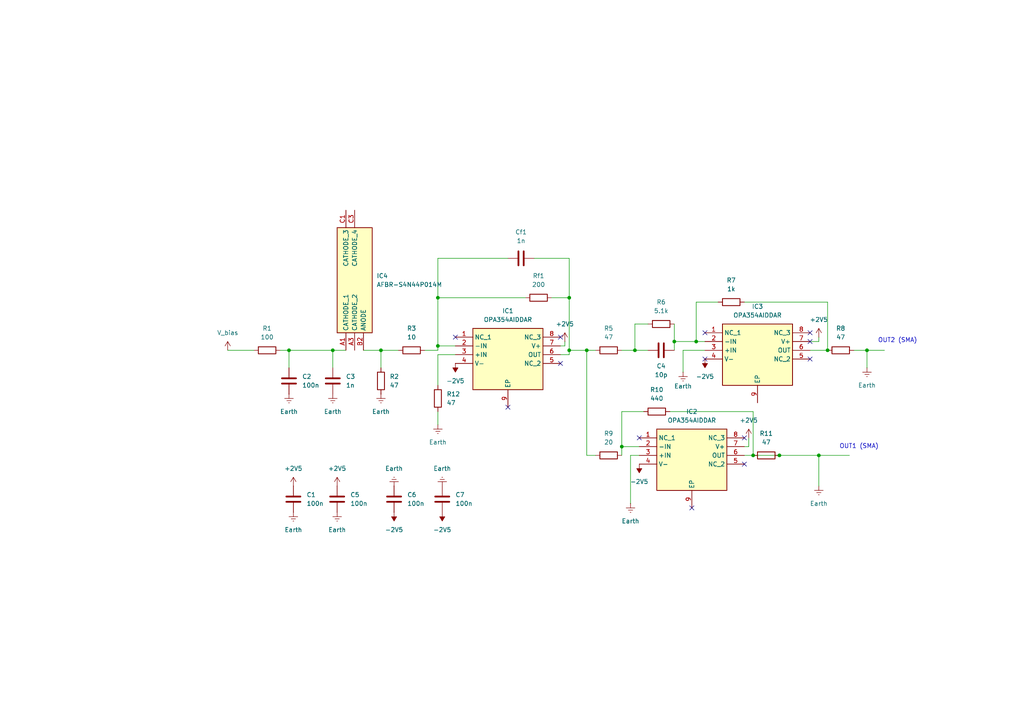
<source format=kicad_sch>
(kicad_sch
	(version 20231120)
	(generator "eeschema")
	(generator_version "8.0")
	(uuid "d64cfca3-4032-4a91-b47d-ee8cac34c76a")
	(paper "A4")
	(lib_symbols
		(symbol "AFBR-S4N44P014M:AFBR-S4N44P014M"
			(exclude_from_sim no)
			(in_bom yes)
			(on_board yes)
			(property "Reference" "IC"
				(at 36.83 7.62 0)
				(effects
					(font
						(size 1.27 1.27)
					)
					(justify left top)
				)
			)
			(property "Value" "AFBR-S4N44P014M"
				(at 36.83 5.08 0)
				(effects
					(font
						(size 1.27 1.27)
					)
					(justify left top)
				)
			)
			(property "Footprint" "AFBRS4N44P014M"
				(at 36.83 -94.92 0)
				(effects
					(font
						(size 1.27 1.27)
					)
					(justify left top)
					(hide yes)
				)
			)
			(property "Datasheet" "https://docs.broadcom.com/doc/AFBR-S4N44P014M-NUV-MT-Silicon-Photomultiplier"
				(at 36.83 -194.92 0)
				(effects
					(font
						(size 1.27 1.27)
					)
					(justify left top)
					(hide yes)
				)
			)
			(property "Description" "Photodiode 420nm Single Element"
				(at 0 0 0)
				(effects
					(font
						(size 1.27 1.27)
					)
					(hide yes)
				)
			)
			(property "Height" "1.23"
				(at 36.83 -394.92 0)
				(effects
					(font
						(size 1.27 1.27)
					)
					(justify left top)
					(hide yes)
				)
			)
			(property "Mouser Part Number" "630-AFBR-S4N44P014M"
				(at 36.83 -494.92 0)
				(effects
					(font
						(size 1.27 1.27)
					)
					(justify left top)
					(hide yes)
				)
			)
			(property "Mouser Price/Stock" "https://www.mouser.co.uk/ProductDetail/Broadcom-Avago/AFBR-S4N44P014M?qs=OcgtsXO%252B3gvCU3dbtxthow%3D%3D"
				(at 36.83 -594.92 0)
				(effects
					(font
						(size 1.27 1.27)
					)
					(justify left top)
					(hide yes)
				)
			)
			(property "Manufacturer_Name" "Avago Technologies"
				(at 36.83 -694.92 0)
				(effects
					(font
						(size 1.27 1.27)
					)
					(justify left top)
					(hide yes)
				)
			)
			(property "Manufacturer_Part_Number" "AFBR-S4N44P014M"
				(at 36.83 -794.92 0)
				(effects
					(font
						(size 1.27 1.27)
					)
					(justify left top)
					(hide yes)
				)
			)
			(symbol "AFBR-S4N44P014M_1_1"
				(rectangle
					(start 5.08 2.54)
					(end 35.56 -7.62)
					(stroke
						(width 0.254)
						(type default)
					)
					(fill
						(type background)
					)
				)
				(pin passive line
					(at 0 0 0)
					(length 5.08)
					(name "CATHODE_1"
						(effects
							(font
								(size 1.27 1.27)
							)
						)
					)
					(number "A1"
						(effects
							(font
								(size 1.27 1.27)
							)
						)
					)
				)
				(pin passive line
					(at 0 -2.54 0)
					(length 5.08)
					(name "CATHODE_2"
						(effects
							(font
								(size 1.27 1.27)
							)
						)
					)
					(number "A3"
						(effects
							(font
								(size 1.27 1.27)
							)
						)
					)
				)
				(pin passive line
					(at 0 -5.08 0)
					(length 5.08)
					(name "ANODE"
						(effects
							(font
								(size 1.27 1.27)
							)
						)
					)
					(number "B2"
						(effects
							(font
								(size 1.27 1.27)
							)
						)
					)
				)
				(pin passive line
					(at 40.64 0 180)
					(length 5.08)
					(name "CATHODE_3"
						(effects
							(font
								(size 1.27 1.27)
							)
						)
					)
					(number "C1"
						(effects
							(font
								(size 1.27 1.27)
							)
						)
					)
				)
				(pin passive line
					(at 40.64 -2.54 180)
					(length 5.08)
					(name "CATHODE_4"
						(effects
							(font
								(size 1.27 1.27)
							)
						)
					)
					(number "C3"
						(effects
							(font
								(size 1.27 1.27)
							)
						)
					)
				)
			)
		)
		(symbol "Device:C"
			(pin_numbers hide)
			(pin_names
				(offset 0.254)
			)
			(exclude_from_sim no)
			(in_bom yes)
			(on_board yes)
			(property "Reference" "C"
				(at 0.635 2.54 0)
				(effects
					(font
						(size 1.27 1.27)
					)
					(justify left)
				)
			)
			(property "Value" "C"
				(at 0.635 -2.54 0)
				(effects
					(font
						(size 1.27 1.27)
					)
					(justify left)
				)
			)
			(property "Footprint" ""
				(at 0.9652 -3.81 0)
				(effects
					(font
						(size 1.27 1.27)
					)
					(hide yes)
				)
			)
			(property "Datasheet" "~"
				(at 0 0 0)
				(effects
					(font
						(size 1.27 1.27)
					)
					(hide yes)
				)
			)
			(property "Description" "Unpolarized capacitor"
				(at 0 0 0)
				(effects
					(font
						(size 1.27 1.27)
					)
					(hide yes)
				)
			)
			(property "ki_keywords" "cap capacitor"
				(at 0 0 0)
				(effects
					(font
						(size 1.27 1.27)
					)
					(hide yes)
				)
			)
			(property "ki_fp_filters" "C_*"
				(at 0 0 0)
				(effects
					(font
						(size 1.27 1.27)
					)
					(hide yes)
				)
			)
			(symbol "C_0_1"
				(polyline
					(pts
						(xy -2.032 -0.762) (xy 2.032 -0.762)
					)
					(stroke
						(width 0.508)
						(type default)
					)
					(fill
						(type none)
					)
				)
				(polyline
					(pts
						(xy -2.032 0.762) (xy 2.032 0.762)
					)
					(stroke
						(width 0.508)
						(type default)
					)
					(fill
						(type none)
					)
				)
			)
			(symbol "C_1_1"
				(pin passive line
					(at 0 3.81 270)
					(length 2.794)
					(name "~"
						(effects
							(font
								(size 1.27 1.27)
							)
						)
					)
					(number "1"
						(effects
							(font
								(size 1.27 1.27)
							)
						)
					)
				)
				(pin passive line
					(at 0 -3.81 90)
					(length 2.794)
					(name "~"
						(effects
							(font
								(size 1.27 1.27)
							)
						)
					)
					(number "2"
						(effects
							(font
								(size 1.27 1.27)
							)
						)
					)
				)
			)
		)
		(symbol "Device:R"
			(pin_numbers hide)
			(pin_names
				(offset 0)
			)
			(exclude_from_sim no)
			(in_bom yes)
			(on_board yes)
			(property "Reference" "R"
				(at 2.032 0 90)
				(effects
					(font
						(size 1.27 1.27)
					)
				)
			)
			(property "Value" "R"
				(at 0 0 90)
				(effects
					(font
						(size 1.27 1.27)
					)
				)
			)
			(property "Footprint" ""
				(at -1.778 0 90)
				(effects
					(font
						(size 1.27 1.27)
					)
					(hide yes)
				)
			)
			(property "Datasheet" "~"
				(at 0 0 0)
				(effects
					(font
						(size 1.27 1.27)
					)
					(hide yes)
				)
			)
			(property "Description" "Resistor"
				(at 0 0 0)
				(effects
					(font
						(size 1.27 1.27)
					)
					(hide yes)
				)
			)
			(property "ki_keywords" "R res resistor"
				(at 0 0 0)
				(effects
					(font
						(size 1.27 1.27)
					)
					(hide yes)
				)
			)
			(property "ki_fp_filters" "R_*"
				(at 0 0 0)
				(effects
					(font
						(size 1.27 1.27)
					)
					(hide yes)
				)
			)
			(symbol "R_0_1"
				(rectangle
					(start -1.016 -2.54)
					(end 1.016 2.54)
					(stroke
						(width 0.254)
						(type default)
					)
					(fill
						(type none)
					)
				)
			)
			(symbol "R_1_1"
				(pin passive line
					(at 0 3.81 270)
					(length 1.27)
					(name "~"
						(effects
							(font
								(size 1.27 1.27)
							)
						)
					)
					(number "1"
						(effects
							(font
								(size 1.27 1.27)
							)
						)
					)
				)
				(pin passive line
					(at 0 -3.81 90)
					(length 1.27)
					(name "~"
						(effects
							(font
								(size 1.27 1.27)
							)
						)
					)
					(number "2"
						(effects
							(font
								(size 1.27 1.27)
							)
						)
					)
				)
			)
		)
		(symbol "OPA354AIDDAR:OPA354AIDDAR"
			(exclude_from_sim no)
			(in_bom yes)
			(on_board yes)
			(property "Reference" "IC"
				(at 26.67 7.62 0)
				(effects
					(font
						(size 1.27 1.27)
					)
					(justify left top)
				)
			)
			(property "Value" "OPA354AIDDAR"
				(at 26.67 5.08 0)
				(effects
					(font
						(size 1.27 1.27)
					)
					(justify left top)
				)
			)
			(property "Footprint" "SOIC127P600X170-9N"
				(at 26.67 -94.92 0)
				(effects
					(font
						(size 1.27 1.27)
					)
					(justify left top)
					(hide yes)
				)
			)
			(property "Datasheet" "http://www.ti.com/lit/gpn/OPA354"
				(at 26.67 -194.92 0)
				(effects
					(font
						(size 1.27 1.27)
					)
					(justify left top)
					(hide yes)
				)
			)
			(property "Description" "250MHz, Rail-to-Rail I/O, CMOS Single Operational Amplifier"
				(at 0 0 0)
				(effects
					(font
						(size 1.27 1.27)
					)
					(hide yes)
				)
			)
			(property "Height" "1.7"
				(at 26.67 -394.92 0)
				(effects
					(font
						(size 1.27 1.27)
					)
					(justify left top)
					(hide yes)
				)
			)
			(property "Manufacturer_Name" "Texas Instruments"
				(at 26.67 -494.92 0)
				(effects
					(font
						(size 1.27 1.27)
					)
					(justify left top)
					(hide yes)
				)
			)
			(property "Manufacturer_Part_Number" "OPA354AIDDAR"
				(at 26.67 -594.92 0)
				(effects
					(font
						(size 1.27 1.27)
					)
					(justify left top)
					(hide yes)
				)
			)
			(property "Mouser Part Number" "595-OPA354AIDDAR"
				(at 26.67 -694.92 0)
				(effects
					(font
						(size 1.27 1.27)
					)
					(justify left top)
					(hide yes)
				)
			)
			(property "Mouser Price/Stock" "https://www.mouser.co.uk/ProductDetail/Texas-Instruments/OPA354AIDDAR?qs=7nS3%252BbEUL6upM7r7ByaiBg%3D%3D"
				(at 26.67 -794.92 0)
				(effects
					(font
						(size 1.27 1.27)
					)
					(justify left top)
					(hide yes)
				)
			)
			(property "Arrow Part Number" "OPA354AIDDAR"
				(at 26.67 -894.92 0)
				(effects
					(font
						(size 1.27 1.27)
					)
					(justify left top)
					(hide yes)
				)
			)
			(property "Arrow Price/Stock" "https://www.arrow.com/en/products/opa354aiddar/texas-instruments?region=nac"
				(at 26.67 -994.92 0)
				(effects
					(font
						(size 1.27 1.27)
					)
					(justify left top)
					(hide yes)
				)
			)
			(symbol "OPA354AIDDAR_1_1"
				(rectangle
					(start 5.08 2.54)
					(end 25.4 -15.24)
					(stroke
						(width 0.254)
						(type default)
					)
					(fill
						(type background)
					)
				)
				(pin passive line
					(at 0 0 0)
					(length 5.08)
					(name "NC_1"
						(effects
							(font
								(size 1.27 1.27)
							)
						)
					)
					(number "1"
						(effects
							(font
								(size 1.27 1.27)
							)
						)
					)
				)
				(pin passive line
					(at 0 -2.54 0)
					(length 5.08)
					(name "-IN"
						(effects
							(font
								(size 1.27 1.27)
							)
						)
					)
					(number "2"
						(effects
							(font
								(size 1.27 1.27)
							)
						)
					)
				)
				(pin passive line
					(at 0 -5.08 0)
					(length 5.08)
					(name "+IN"
						(effects
							(font
								(size 1.27 1.27)
							)
						)
					)
					(number "3"
						(effects
							(font
								(size 1.27 1.27)
							)
						)
					)
				)
				(pin passive line
					(at 0 -7.62 0)
					(length 5.08)
					(name "V-"
						(effects
							(font
								(size 1.27 1.27)
							)
						)
					)
					(number "4"
						(effects
							(font
								(size 1.27 1.27)
							)
						)
					)
				)
				(pin passive line
					(at 30.48 -7.62 180)
					(length 5.08)
					(name "NC_2"
						(effects
							(font
								(size 1.27 1.27)
							)
						)
					)
					(number "5"
						(effects
							(font
								(size 1.27 1.27)
							)
						)
					)
				)
				(pin passive line
					(at 30.48 -5.08 180)
					(length 5.08)
					(name "OUT"
						(effects
							(font
								(size 1.27 1.27)
							)
						)
					)
					(number "6"
						(effects
							(font
								(size 1.27 1.27)
							)
						)
					)
				)
				(pin passive line
					(at 30.48 -2.54 180)
					(length 5.08)
					(name "V+"
						(effects
							(font
								(size 1.27 1.27)
							)
						)
					)
					(number "7"
						(effects
							(font
								(size 1.27 1.27)
							)
						)
					)
				)
				(pin passive line
					(at 30.48 0 180)
					(length 5.08)
					(name "NC_3"
						(effects
							(font
								(size 1.27 1.27)
							)
						)
					)
					(number "8"
						(effects
							(font
								(size 1.27 1.27)
							)
						)
					)
				)
				(pin passive line
					(at 15.24 -20.32 90)
					(length 5.08)
					(name "EP"
						(effects
							(font
								(size 1.27 1.27)
							)
						)
					)
					(number "9"
						(effects
							(font
								(size 1.27 1.27)
							)
						)
					)
				)
			)
		)
		(symbol "power:+2V5"
			(power)
			(pin_numbers hide)
			(pin_names
				(offset 0) hide)
			(exclude_from_sim no)
			(in_bom yes)
			(on_board yes)
			(property "Reference" "#PWR"
				(at 0 -3.81 0)
				(effects
					(font
						(size 1.27 1.27)
					)
					(hide yes)
				)
			)
			(property "Value" "+2V5"
				(at 0 3.556 0)
				(effects
					(font
						(size 1.27 1.27)
					)
				)
			)
			(property "Footprint" ""
				(at 0 0 0)
				(effects
					(font
						(size 1.27 1.27)
					)
					(hide yes)
				)
			)
			(property "Datasheet" ""
				(at 0 0 0)
				(effects
					(font
						(size 1.27 1.27)
					)
					(hide yes)
				)
			)
			(property "Description" "Power symbol creates a global label with name \"+2V5\""
				(at 0 0 0)
				(effects
					(font
						(size 1.27 1.27)
					)
					(hide yes)
				)
			)
			(property "ki_keywords" "global power"
				(at 0 0 0)
				(effects
					(font
						(size 1.27 1.27)
					)
					(hide yes)
				)
			)
			(symbol "+2V5_0_1"
				(polyline
					(pts
						(xy -0.762 1.27) (xy 0 2.54)
					)
					(stroke
						(width 0)
						(type default)
					)
					(fill
						(type none)
					)
				)
				(polyline
					(pts
						(xy 0 0) (xy 0 2.54)
					)
					(stroke
						(width 0)
						(type default)
					)
					(fill
						(type none)
					)
				)
				(polyline
					(pts
						(xy 0 2.54) (xy 0.762 1.27)
					)
					(stroke
						(width 0)
						(type default)
					)
					(fill
						(type none)
					)
				)
			)
			(symbol "+2V5_1_1"
				(pin power_in line
					(at 0 0 90)
					(length 0)
					(name "~"
						(effects
							(font
								(size 1.27 1.27)
							)
						)
					)
					(number "1"
						(effects
							(font
								(size 1.27 1.27)
							)
						)
					)
				)
			)
		)
		(symbol "power:+5V"
			(power)
			(pin_numbers hide)
			(pin_names
				(offset 0) hide)
			(exclude_from_sim no)
			(in_bom yes)
			(on_board yes)
			(property "Reference" "#PWR"
				(at 0 -3.81 0)
				(effects
					(font
						(size 1.27 1.27)
					)
					(hide yes)
				)
			)
			(property "Value" "+5V"
				(at 0 3.556 0)
				(effects
					(font
						(size 1.27 1.27)
					)
				)
			)
			(property "Footprint" ""
				(at 0 0 0)
				(effects
					(font
						(size 1.27 1.27)
					)
					(hide yes)
				)
			)
			(property "Datasheet" ""
				(at 0 0 0)
				(effects
					(font
						(size 1.27 1.27)
					)
					(hide yes)
				)
			)
			(property "Description" "Power symbol creates a global label with name \"+5V\""
				(at 0 0 0)
				(effects
					(font
						(size 1.27 1.27)
					)
					(hide yes)
				)
			)
			(property "ki_keywords" "global power"
				(at 0 0 0)
				(effects
					(font
						(size 1.27 1.27)
					)
					(hide yes)
				)
			)
			(symbol "+5V_0_1"
				(polyline
					(pts
						(xy -0.762 1.27) (xy 0 2.54)
					)
					(stroke
						(width 0)
						(type default)
					)
					(fill
						(type none)
					)
				)
				(polyline
					(pts
						(xy 0 0) (xy 0 2.54)
					)
					(stroke
						(width 0)
						(type default)
					)
					(fill
						(type none)
					)
				)
				(polyline
					(pts
						(xy 0 2.54) (xy 0.762 1.27)
					)
					(stroke
						(width 0)
						(type default)
					)
					(fill
						(type none)
					)
				)
			)
			(symbol "+5V_1_1"
				(pin power_in line
					(at 0 0 90)
					(length 0)
					(name "~"
						(effects
							(font
								(size 1.27 1.27)
							)
						)
					)
					(number "1"
						(effects
							(font
								(size 1.27 1.27)
							)
						)
					)
				)
			)
		)
		(symbol "power:-2V5"
			(power)
			(pin_numbers hide)
			(pin_names
				(offset 0) hide)
			(exclude_from_sim no)
			(in_bom yes)
			(on_board yes)
			(property "Reference" "#PWR"
				(at 0 -3.81 0)
				(effects
					(font
						(size 1.27 1.27)
					)
					(hide yes)
				)
			)
			(property "Value" "-2V5"
				(at 0 3.556 0)
				(effects
					(font
						(size 1.27 1.27)
					)
				)
			)
			(property "Footprint" ""
				(at 0 0 0)
				(effects
					(font
						(size 1.27 1.27)
					)
					(hide yes)
				)
			)
			(property "Datasheet" ""
				(at 0 0 0)
				(effects
					(font
						(size 1.27 1.27)
					)
					(hide yes)
				)
			)
			(property "Description" "Power symbol creates a global label with name \"-2V5\""
				(at 0 0 0)
				(effects
					(font
						(size 1.27 1.27)
					)
					(hide yes)
				)
			)
			(property "ki_keywords" "global power"
				(at 0 0 0)
				(effects
					(font
						(size 1.27 1.27)
					)
					(hide yes)
				)
			)
			(symbol "-2V5_0_0"
				(pin power_in line
					(at 0 0 90)
					(length 0)
					(name "~"
						(effects
							(font
								(size 1.27 1.27)
							)
						)
					)
					(number "1"
						(effects
							(font
								(size 1.27 1.27)
							)
						)
					)
				)
			)
			(symbol "-2V5_0_1"
				(polyline
					(pts
						(xy 0 0) (xy 0 1.27) (xy 0.762 1.27) (xy 0 2.54) (xy -0.762 1.27) (xy 0 1.27)
					)
					(stroke
						(width 0)
						(type default)
					)
					(fill
						(type outline)
					)
				)
			)
		)
		(symbol "power:Earth"
			(power)
			(pin_numbers hide)
			(pin_names
				(offset 0) hide)
			(exclude_from_sim no)
			(in_bom yes)
			(on_board yes)
			(property "Reference" "#PWR"
				(at 0 -6.35 0)
				(effects
					(font
						(size 1.27 1.27)
					)
					(hide yes)
				)
			)
			(property "Value" "Earth"
				(at 0 -3.81 0)
				(effects
					(font
						(size 1.27 1.27)
					)
				)
			)
			(property "Footprint" ""
				(at 0 0 0)
				(effects
					(font
						(size 1.27 1.27)
					)
					(hide yes)
				)
			)
			(property "Datasheet" "~"
				(at 0 0 0)
				(effects
					(font
						(size 1.27 1.27)
					)
					(hide yes)
				)
			)
			(property "Description" "Power symbol creates a global label with name \"Earth\""
				(at 0 0 0)
				(effects
					(font
						(size 1.27 1.27)
					)
					(hide yes)
				)
			)
			(property "ki_keywords" "global ground gnd"
				(at 0 0 0)
				(effects
					(font
						(size 1.27 1.27)
					)
					(hide yes)
				)
			)
			(symbol "Earth_0_1"
				(polyline
					(pts
						(xy -0.635 -1.905) (xy 0.635 -1.905)
					)
					(stroke
						(width 0)
						(type default)
					)
					(fill
						(type none)
					)
				)
				(polyline
					(pts
						(xy -0.127 -2.54) (xy 0.127 -2.54)
					)
					(stroke
						(width 0)
						(type default)
					)
					(fill
						(type none)
					)
				)
				(polyline
					(pts
						(xy 0 -1.27) (xy 0 0)
					)
					(stroke
						(width 0)
						(type default)
					)
					(fill
						(type none)
					)
				)
				(polyline
					(pts
						(xy 1.27 -1.27) (xy -1.27 -1.27)
					)
					(stroke
						(width 0)
						(type default)
					)
					(fill
						(type none)
					)
				)
			)
			(symbol "Earth_1_1"
				(pin power_in line
					(at 0 0 270)
					(length 0)
					(name "~"
						(effects
							(font
								(size 1.27 1.27)
							)
						)
					)
					(number "1"
						(effects
							(font
								(size 1.27 1.27)
							)
						)
					)
				)
			)
		)
	)
	(junction
		(at 201.93 99.06)
		(diameter 0)
		(color 0 0 0 0)
		(uuid "303f9f08-db04-4fb1-a2df-f5c541abc832")
	)
	(junction
		(at 110.49 101.6)
		(diameter 0)
		(color 0 0 0 0)
		(uuid "37925e17-9ea3-4120-9a54-a926517e2237")
	)
	(junction
		(at 184.15 101.6)
		(diameter 0)
		(color 0 0 0 0)
		(uuid "3f5307a5-a400-443f-9144-d80036098dbc")
	)
	(junction
		(at 240.03 101.6)
		(diameter 0)
		(color 0 0 0 0)
		(uuid "558c62a6-17ea-45c8-9f11-a52b547debc6")
	)
	(junction
		(at 237.49 132.08)
		(diameter 0)
		(color 0 0 0 0)
		(uuid "56748a30-ff08-490c-aaa0-386f9530424d")
	)
	(junction
		(at 180.34 129.54)
		(diameter 0)
		(color 0 0 0 0)
		(uuid "5bf8592c-5447-4d47-9eba-1703e5c00cfa")
	)
	(junction
		(at 165.1 86.36)
		(diameter 0)
		(color 0 0 0 0)
		(uuid "60c623bf-6112-409f-8c39-b6d447cc674f")
	)
	(junction
		(at 218.44 132.08)
		(diameter 0)
		(color 0 0 0 0)
		(uuid "7900dc68-79d5-4fb8-9ae8-a02aa1479d5d")
	)
	(junction
		(at 127 100.33)
		(diameter 0)
		(color 0 0 0 0)
		(uuid "7eb90185-bc86-41c4-825a-b0c25713f756")
	)
	(junction
		(at 251.46 101.6)
		(diameter 0)
		(color 0 0 0 0)
		(uuid "a29b6a3b-9c32-4beb-a3ed-02b0d0d85202")
	)
	(junction
		(at 127 86.36)
		(diameter 0)
		(color 0 0 0 0)
		(uuid "b05e5f43-1ec5-4a22-ae70-faf5c974d8fe")
	)
	(junction
		(at 83.82 101.6)
		(diameter 0)
		(color 0 0 0 0)
		(uuid "be312aa1-c9e2-4ed1-ad79-1b132276bc0d")
	)
	(junction
		(at 165.1 101.6)
		(diameter 0)
		(color 0 0 0 0)
		(uuid "beabb6be-64b7-4da0-8465-35a9c386f7f3")
	)
	(junction
		(at 96.52 101.6)
		(diameter 0)
		(color 0 0 0 0)
		(uuid "e62c812c-ef5c-4762-b787-3c1aa8160128")
	)
	(junction
		(at 170.18 101.6)
		(diameter 0)
		(color 0 0 0 0)
		(uuid "f2f8c32b-fc4f-47ce-b994-2bb811027a1f")
	)
	(junction
		(at 195.58 99.06)
		(diameter 0)
		(color 0 0 0 0)
		(uuid "f83a338b-a1f1-4120-afaf-7a6df4000acd")
	)
	(junction
		(at 226.06 132.08)
		(diameter 0)
		(color 0 0 0 0)
		(uuid "fa57df4a-d346-4681-aa78-310367e0d8d7")
	)
	(no_connect
		(at 234.95 99.06)
		(uuid "10bf8b4a-1ce1-4587-857e-12dfb7773fde")
	)
	(no_connect
		(at 234.95 96.52)
		(uuid "17801080-641e-4a39-8449-23f0d2695e8d")
	)
	(no_connect
		(at 204.47 96.52)
		(uuid "3977399f-3df0-44c8-99e9-c5e2b3a12120")
	)
	(no_connect
		(at 215.9 134.62)
		(uuid "6deaf01b-147b-4248-95d1-609d51317616")
	)
	(no_connect
		(at 132.08 97.79)
		(uuid "7b05738e-143c-4d0f-a554-788930d3917d")
	)
	(no_connect
		(at 215.9 127)
		(uuid "90fc632b-d57f-456d-9ff8-b3447fa58789")
	)
	(no_connect
		(at 185.42 127)
		(uuid "96460501-6d43-44ae-8f9c-a0de555d03dd")
	)
	(no_connect
		(at 204.47 104.14)
		(uuid "a34074c0-5562-4fe6-9674-560e5b629c43")
	)
	(no_connect
		(at 200.66 147.32)
		(uuid "a800c6c7-778e-44ce-8112-c70921988899")
	)
	(no_connect
		(at 234.95 104.14)
		(uuid "c6cffa2f-9492-494f-8c0c-1de241d0e33d")
	)
	(no_connect
		(at 162.56 97.79)
		(uuid "f057d83d-5541-4649-906d-62343f5eb402")
	)
	(no_connect
		(at 162.56 105.41)
		(uuid "f5211c42-bef7-4a2a-91dc-1bb87a3f474e")
	)
	(no_connect
		(at 147.32 118.11)
		(uuid "fd9e0b45-5a40-4e27-82b4-6941a9e16071")
	)
	(wire
		(pts
			(xy 127 74.93) (xy 127 86.36)
		)
		(stroke
			(width 0)
			(type default)
		)
		(uuid "075910db-b18d-41b3-be70-f1ced9fc3ce6")
	)
	(wire
		(pts
			(xy 247.65 101.6) (xy 251.46 101.6)
		)
		(stroke
			(width 0)
			(type default)
		)
		(uuid "08ddee37-6341-4501-8682-61cf544440a0")
	)
	(wire
		(pts
			(xy 180.34 101.6) (xy 184.15 101.6)
		)
		(stroke
			(width 0)
			(type default)
		)
		(uuid "0bc2e4a1-6ca5-4a9c-a033-10b6a0380f38")
	)
	(wire
		(pts
			(xy 165.1 74.93) (xy 165.1 86.36)
		)
		(stroke
			(width 0)
			(type default)
		)
		(uuid "0e1ce250-0d27-499b-be2e-4852bbf33197")
	)
	(wire
		(pts
			(xy 110.49 101.6) (xy 110.49 106.68)
		)
		(stroke
			(width 0)
			(type default)
		)
		(uuid "11405af7-45d9-499a-9073-e630d6c29176")
	)
	(wire
		(pts
			(xy 127 119.38) (xy 127 123.19)
		)
		(stroke
			(width 0)
			(type default)
		)
		(uuid "142f9523-337e-4e27-83f5-3ed9571d5f8c")
	)
	(wire
		(pts
			(xy 201.93 87.63) (xy 208.28 87.63)
		)
		(stroke
			(width 0)
			(type default)
		)
		(uuid "15b89d81-454f-429d-ae06-ad67d3826f8d")
	)
	(wire
		(pts
			(xy 66.04 101.6) (xy 73.66 101.6)
		)
		(stroke
			(width 0)
			(type default)
		)
		(uuid "15da590b-9296-420d-9107-cd0c8bd6a30f")
	)
	(wire
		(pts
			(xy 170.18 101.6) (xy 172.72 101.6)
		)
		(stroke
			(width 0)
			(type default)
		)
		(uuid "15f88e3c-10bf-46ba-ad43-c001ab680078")
	)
	(wire
		(pts
			(xy 240.03 87.63) (xy 240.03 101.6)
		)
		(stroke
			(width 0)
			(type default)
		)
		(uuid "1686b485-8d0a-450f-addd-1504bc32f4a5")
	)
	(wire
		(pts
			(xy 198.12 101.6) (xy 198.12 107.95)
		)
		(stroke
			(width 0)
			(type default)
		)
		(uuid "20a526e0-8bc1-46a8-a4d6-5eb39caa057d")
	)
	(wire
		(pts
			(xy 127 100.33) (xy 127 101.6)
		)
		(stroke
			(width 0)
			(type default)
		)
		(uuid "253a0bf0-15de-4590-8888-ac844f7e3570")
	)
	(wire
		(pts
			(xy 218.44 119.38) (xy 218.44 132.08)
		)
		(stroke
			(width 0)
			(type default)
		)
		(uuid "26d12026-f825-4ec1-8344-da80fc6a4fa1")
	)
	(wire
		(pts
			(xy 195.58 101.6) (xy 195.58 99.06)
		)
		(stroke
			(width 0)
			(type default)
		)
		(uuid "2758537a-eaaf-4295-87ed-4dddfb9297e6")
	)
	(wire
		(pts
			(xy 237.49 97.79) (xy 237.49 99.06)
		)
		(stroke
			(width 0)
			(type default)
		)
		(uuid "27829d7b-5916-49a7-bb58-df9f879998b9")
	)
	(wire
		(pts
			(xy 195.58 93.98) (xy 195.58 99.06)
		)
		(stroke
			(width 0)
			(type default)
		)
		(uuid "27e99a98-c123-4d14-9243-fad68d22503d")
	)
	(wire
		(pts
			(xy 132.08 102.87) (xy 127 102.87)
		)
		(stroke
			(width 0)
			(type default)
		)
		(uuid "28201b12-b47b-4bcb-bf85-da5b692dfcc3")
	)
	(wire
		(pts
			(xy 217.17 127) (xy 217.17 129.54)
		)
		(stroke
			(width 0)
			(type default)
		)
		(uuid "287d9b4a-ec54-4120-b8e5-7b508cd89b13")
	)
	(wire
		(pts
			(xy 83.82 101.6) (xy 83.82 106.68)
		)
		(stroke
			(width 0)
			(type default)
		)
		(uuid "2b1f74b2-b1ce-471d-a5bf-1a61aa07fd63")
	)
	(wire
		(pts
			(xy 127 102.87) (xy 127 111.76)
		)
		(stroke
			(width 0)
			(type default)
		)
		(uuid "381cd4d6-e87a-4efb-bfef-1504ef7929d7")
	)
	(wire
		(pts
			(xy 251.46 101.6) (xy 256.54 101.6)
		)
		(stroke
			(width 0)
			(type default)
		)
		(uuid "3bdbdd32-b05a-472a-80e7-c60b6dd8542a")
	)
	(wire
		(pts
			(xy 180.34 132.08) (xy 180.34 129.54)
		)
		(stroke
			(width 0)
			(type default)
		)
		(uuid "40ecdc86-4ca9-4a1c-a72f-e3ab76492192")
	)
	(wire
		(pts
			(xy 160.02 86.36) (xy 165.1 86.36)
		)
		(stroke
			(width 0)
			(type default)
		)
		(uuid "435cf4ca-d4cf-422e-98b2-eccafff8a460")
	)
	(wire
		(pts
			(xy 218.44 132.08) (xy 226.06 132.08)
		)
		(stroke
			(width 0)
			(type default)
		)
		(uuid "452502df-30ff-4094-8a1f-f4991af8a8dd")
	)
	(wire
		(pts
			(xy 163.83 100.33) (xy 162.56 100.33)
		)
		(stroke
			(width 0)
			(type default)
		)
		(uuid "48e7a17a-acdd-44a7-b208-73cdc75e4cbf")
	)
	(wire
		(pts
			(xy 110.49 101.6) (xy 115.57 101.6)
		)
		(stroke
			(width 0)
			(type default)
		)
		(uuid "4e7625a2-3e3a-4d58-af42-dc1fda5969c3")
	)
	(wire
		(pts
			(xy 215.9 87.63) (xy 240.03 87.63)
		)
		(stroke
			(width 0)
			(type default)
		)
		(uuid "566bdd52-b1c2-4e34-9361-b48dc30d36eb")
	)
	(wire
		(pts
			(xy 185.42 132.08) (xy 182.88 132.08)
		)
		(stroke
			(width 0)
			(type default)
		)
		(uuid "57eac6d1-4712-4c9d-8d9a-735c5cce5c38")
	)
	(wire
		(pts
			(xy 195.58 99.06) (xy 201.93 99.06)
		)
		(stroke
			(width 0)
			(type default)
		)
		(uuid "58da8c07-9ab6-4850-890f-ef2b313914c8")
	)
	(wire
		(pts
			(xy 165.1 101.6) (xy 170.18 101.6)
		)
		(stroke
			(width 0)
			(type default)
		)
		(uuid "59114590-8dd7-4809-ad32-01c620374909")
	)
	(wire
		(pts
			(xy 187.96 93.98) (xy 184.15 93.98)
		)
		(stroke
			(width 0)
			(type default)
		)
		(uuid "5de8af78-ff5d-462c-b5b1-d929b25c171c")
	)
	(wire
		(pts
			(xy 237.49 132.08) (xy 237.49 140.97)
		)
		(stroke
			(width 0)
			(type default)
		)
		(uuid "615f2197-80e1-4bfa-a83a-a390054664ba")
	)
	(wire
		(pts
			(xy 127 100.33) (xy 132.08 100.33)
		)
		(stroke
			(width 0)
			(type default)
		)
		(uuid "617ec66d-6be8-4f42-81fd-f13936e94d19")
	)
	(wire
		(pts
			(xy 165.1 102.87) (xy 165.1 101.6)
		)
		(stroke
			(width 0)
			(type default)
		)
		(uuid "6fbe415e-07bb-48bd-ba4d-2f8ab88b1acc")
	)
	(wire
		(pts
			(xy 127 101.6) (xy 123.19 101.6)
		)
		(stroke
			(width 0)
			(type default)
		)
		(uuid "75b22178-4351-4ea4-81d6-02bf2163806f")
	)
	(wire
		(pts
			(xy 201.93 99.06) (xy 204.47 99.06)
		)
		(stroke
			(width 0)
			(type default)
		)
		(uuid "75dd29a4-0ef2-4121-9cf4-f47f058b3de7")
	)
	(wire
		(pts
			(xy 204.47 101.6) (xy 198.12 101.6)
		)
		(stroke
			(width 0)
			(type default)
		)
		(uuid "7c5cac46-bd22-4533-b6b1-e339905b6e32")
	)
	(wire
		(pts
			(xy 96.52 101.6) (xy 100.33 101.6)
		)
		(stroke
			(width 0)
			(type default)
		)
		(uuid "80c1b6e7-cfa5-4ee8-ad1a-8c673c1ee0c1")
	)
	(wire
		(pts
			(xy 127 86.36) (xy 127 100.33)
		)
		(stroke
			(width 0)
			(type default)
		)
		(uuid "81002fae-60e0-4c2e-8373-07ab56dd1f09")
	)
	(wire
		(pts
			(xy 251.46 101.6) (xy 251.46 106.68)
		)
		(stroke
			(width 0)
			(type default)
		)
		(uuid "884bd318-9575-48a5-be3c-4b8945bc84b6")
	)
	(wire
		(pts
			(xy 162.56 102.87) (xy 165.1 102.87)
		)
		(stroke
			(width 0)
			(type default)
		)
		(uuid "9126765e-7bfc-49fb-8fef-7423d6182f7f")
	)
	(wire
		(pts
			(xy 184.15 101.6) (xy 187.96 101.6)
		)
		(stroke
			(width 0)
			(type default)
		)
		(uuid "929a34e2-b5d4-4879-ae16-cb28816c700f")
	)
	(wire
		(pts
			(xy 180.34 119.38) (xy 186.69 119.38)
		)
		(stroke
			(width 0)
			(type default)
		)
		(uuid "9a5b9dc7-da9b-4219-b20c-470205a36c24")
	)
	(wire
		(pts
			(xy 217.17 129.54) (xy 215.9 129.54)
		)
		(stroke
			(width 0)
			(type default)
		)
		(uuid "a330997b-677c-474d-96b2-a5eb1d3e2d45")
	)
	(wire
		(pts
			(xy 163.83 99.06) (xy 163.83 100.33)
		)
		(stroke
			(width 0)
			(type default)
		)
		(uuid "aa5cd512-631b-4696-b926-9ef011c519cd")
	)
	(wire
		(pts
			(xy 180.34 129.54) (xy 185.42 129.54)
		)
		(stroke
			(width 0)
			(type default)
		)
		(uuid "aed4081d-ea8b-431b-a16d-d38fb28176d7")
	)
	(wire
		(pts
			(xy 182.88 132.08) (xy 182.88 146.05)
		)
		(stroke
			(width 0)
			(type default)
		)
		(uuid "af45e182-d3e0-4607-8e86-d22e96c65c42")
	)
	(wire
		(pts
			(xy 83.82 101.6) (xy 96.52 101.6)
		)
		(stroke
			(width 0)
			(type default)
		)
		(uuid "b2c288d0-9da3-4601-9c52-7fed16e53e14")
	)
	(wire
		(pts
			(xy 234.95 101.6) (xy 240.03 101.6)
		)
		(stroke
			(width 0)
			(type default)
		)
		(uuid "bb28bc51-2550-4ffb-ba67-2f638bf76475")
	)
	(wire
		(pts
			(xy 180.34 129.54) (xy 180.34 119.38)
		)
		(stroke
			(width 0)
			(type default)
		)
		(uuid "bcac263d-012e-457e-a701-92da2bcf1061")
	)
	(wire
		(pts
			(xy 154.94 74.93) (xy 165.1 74.93)
		)
		(stroke
			(width 0)
			(type default)
		)
		(uuid "bd96e8dc-44b9-453c-898f-0d46666bfabb")
	)
	(wire
		(pts
			(xy 81.28 101.6) (xy 83.82 101.6)
		)
		(stroke
			(width 0)
			(type default)
		)
		(uuid "c192aac1-a948-49a5-844e-6d521e551111")
	)
	(wire
		(pts
			(xy 194.31 119.38) (xy 218.44 119.38)
		)
		(stroke
			(width 0)
			(type default)
		)
		(uuid "c216edd6-b696-43e4-be05-0f9b40e07f07")
	)
	(wire
		(pts
			(xy 165.1 86.36) (xy 165.1 101.6)
		)
		(stroke
			(width 0)
			(type default)
		)
		(uuid "c230d4ae-18de-40f2-9f03-46c4a3f32eb1")
	)
	(wire
		(pts
			(xy 105.41 101.6) (xy 110.49 101.6)
		)
		(stroke
			(width 0)
			(type default)
		)
		(uuid "c2c9ba5c-3e26-4046-8616-2b1953317181")
	)
	(wire
		(pts
			(xy 170.18 101.6) (xy 170.18 132.08)
		)
		(stroke
			(width 0)
			(type default)
		)
		(uuid "c5eddab0-2a48-49c4-a955-ff4e2b4450a1")
	)
	(wire
		(pts
			(xy 170.18 132.08) (xy 172.72 132.08)
		)
		(stroke
			(width 0)
			(type default)
		)
		(uuid "c6279d40-7e70-4e29-bed5-c5f1eb19cd56")
	)
	(wire
		(pts
			(xy 127 86.36) (xy 152.4 86.36)
		)
		(stroke
			(width 0)
			(type default)
		)
		(uuid "c6581a83-bc4f-4d5b-bf6e-68af89ae3229")
	)
	(wire
		(pts
			(xy 184.15 93.98) (xy 184.15 101.6)
		)
		(stroke
			(width 0)
			(type default)
		)
		(uuid "ce42bd93-0b12-4704-b40c-8fe2dc928d7d")
	)
	(wire
		(pts
			(xy 237.49 132.08) (xy 246.38 132.08)
		)
		(stroke
			(width 0)
			(type default)
		)
		(uuid "d148228c-65b1-4e2f-a6c7-49e798402e29")
	)
	(wire
		(pts
			(xy 201.93 99.06) (xy 201.93 87.63)
		)
		(stroke
			(width 0)
			(type default)
		)
		(uuid "dfc0b484-577b-4099-98ff-b0d4f3381ed4")
	)
	(wire
		(pts
			(xy 215.9 132.08) (xy 218.44 132.08)
		)
		(stroke
			(width 0)
			(type default)
		)
		(uuid "e3f7a1d2-9f19-49ac-8281-9444b4cbbc5e")
	)
	(wire
		(pts
			(xy 96.52 101.6) (xy 96.52 106.68)
		)
		(stroke
			(width 0)
			(type default)
		)
		(uuid "e9a73436-a372-428a-b488-e3de3c19740b")
	)
	(wire
		(pts
			(xy 234.95 99.06) (xy 237.49 99.06)
		)
		(stroke
			(width 0)
			(type default)
		)
		(uuid "f752b1de-293e-4893-8935-abff49465f34")
	)
	(wire
		(pts
			(xy 147.32 74.93) (xy 127 74.93)
		)
		(stroke
			(width 0)
			(type default)
		)
		(uuid "f8fd82f4-3fa2-477d-bb8a-ebee7f9f86d9")
	)
	(wire
		(pts
			(xy 226.06 132.08) (xy 237.49 132.08)
		)
		(stroke
			(width 0)
			(type default)
		)
		(uuid "fd23d4ff-361f-4cae-a6ea-bc5d79f0c676")
	)
	(text "OUT1 (SMA)"
		(exclude_from_sim no)
		(at 249.174 129.54 0)
		(effects
			(font
				(size 1.27 1.27)
			)
		)
		(uuid "3c9c089a-fac4-4f6d-a821-90a29384717f")
	)
	(text "OUT2 (SMA)\n"
		(exclude_from_sim no)
		(at 260.35 98.806 0)
		(effects
			(font
				(size 1.27 1.27)
			)
		)
		(uuid "d571b032-4a39-4d81-b15f-66937ff48fc4")
	)
	(symbol
		(lib_id "Device:R")
		(at 212.09 87.63 90)
		(unit 1)
		(exclude_from_sim no)
		(in_bom yes)
		(on_board yes)
		(dnp no)
		(fields_autoplaced yes)
		(uuid "05bee7e3-0087-473d-bb2e-edfe4a0e86b1")
		(property "Reference" "R7"
			(at 212.09 81.28 90)
			(effects
				(font
					(size 1.27 1.27)
				)
			)
		)
		(property "Value" "1k"
			(at 212.09 83.82 90)
			(effects
				(font
					(size 1.27 1.27)
				)
			)
		)
		(property "Footprint" "Resistor_SMD:R_1812_4532Metric_Pad1.30x3.40mm_HandSolder"
			(at 212.09 89.408 90)
			(effects
				(font
					(size 1.27 1.27)
				)
				(hide yes)
			)
		)
		(property "Datasheet" "~"
			(at 212.09 87.63 0)
			(effects
				(font
					(size 1.27 1.27)
				)
				(hide yes)
			)
		)
		(property "Description" "Resistor"
			(at 212.09 87.63 0)
			(effects
				(font
					(size 1.27 1.27)
				)
				(hide yes)
			)
		)
		(pin "2"
			(uuid "c08308f9-14cd-421d-9ad4-13bd8dfa3f63")
		)
		(pin "1"
			(uuid "cbae25c7-7239-44e0-ab34-cec2357bf726")
		)
		(instances
			(project "SiPm_Design_2"
				(path "/d64cfca3-4032-4a91-b47d-ee8cac34c76a"
					(reference "R7")
					(unit 1)
				)
			)
		)
	)
	(symbol
		(lib_id "Device:C")
		(at 191.77 101.6 90)
		(unit 1)
		(exclude_from_sim no)
		(in_bom yes)
		(on_board yes)
		(dnp no)
		(uuid "0b3a7573-00eb-4d39-bdc3-00d13c82b2f6")
		(property "Reference" "C4"
			(at 191.77 106.172 90)
			(effects
				(font
					(size 1.27 1.27)
				)
			)
		)
		(property "Value" "10p"
			(at 191.77 108.712 90)
			(effects
				(font
					(size 1.27 1.27)
				)
			)
		)
		(property "Footprint" "Capacitor_Tantalum_SMD:CP_EIA-2012-12_Kemet-R_Pad1.30x1.05mm_HandSolder"
			(at 195.58 100.6348 0)
			(effects
				(font
					(size 1.27 1.27)
				)
				(hide yes)
			)
		)
		(property "Datasheet" "~"
			(at 191.77 101.6 0)
			(effects
				(font
					(size 1.27 1.27)
				)
				(hide yes)
			)
		)
		(property "Description" "Unpolarized capacitor"
			(at 191.77 101.6 0)
			(effects
				(font
					(size 1.27 1.27)
				)
				(hide yes)
			)
		)
		(pin "1"
			(uuid "2f3aa545-316e-463e-9ed2-d21490fd760b")
		)
		(pin "2"
			(uuid "2ce09b5b-5449-4a42-8358-8f07755c347a")
		)
		(instances
			(project ""
				(path "/d64cfca3-4032-4a91-b47d-ee8cac34c76a"
					(reference "C4")
					(unit 1)
				)
			)
		)
	)
	(symbol
		(lib_id "Device:C")
		(at 83.82 110.49 0)
		(unit 1)
		(exclude_from_sim no)
		(in_bom yes)
		(on_board yes)
		(dnp no)
		(fields_autoplaced yes)
		(uuid "250d0bb0-92e3-4d5e-82e0-c1b2cb0bb7f3")
		(property "Reference" "C2"
			(at 87.63 109.2199 0)
			(effects
				(font
					(size 1.27 1.27)
				)
				(justify left)
			)
		)
		(property "Value" "100n"
			(at 87.63 111.7599 0)
			(effects
				(font
					(size 1.27 1.27)
				)
				(justify left)
			)
		)
		(property "Footprint" "Capacitor_SMD:C_0603_1608Metric_Pad1.08x0.95mm_HandSolder"
			(at 84.7852 114.3 0)
			(effects
				(font
					(size 1.27 1.27)
				)
				(hide yes)
			)
		)
		(property "Datasheet" "~"
			(at 83.82 110.49 0)
			(effects
				(font
					(size 1.27 1.27)
				)
				(hide yes)
			)
		)
		(property "Description" "Unpolarized capacitor"
			(at 83.82 110.49 0)
			(effects
				(font
					(size 1.27 1.27)
				)
				(hide yes)
			)
		)
		(pin "1"
			(uuid "9480aa24-f9b1-499f-b110-f718e57029be")
		)
		(pin "2"
			(uuid "627782fb-08db-4685-8b66-f1a2c84307fd")
		)
		(instances
			(project "SiPm_Design_2"
				(path "/d64cfca3-4032-4a91-b47d-ee8cac34c76a"
					(reference "C2")
					(unit 1)
				)
			)
		)
	)
	(symbol
		(lib_id "Device:C")
		(at 128.27 144.78 0)
		(unit 1)
		(exclude_from_sim no)
		(in_bom yes)
		(on_board yes)
		(dnp no)
		(fields_autoplaced yes)
		(uuid "285557ac-f95c-4111-8385-1a822703a956")
		(property "Reference" "C7"
			(at 132.08 143.5099 0)
			(effects
				(font
					(size 1.27 1.27)
				)
				(justify left)
			)
		)
		(property "Value" "100n"
			(at 132.08 146.0499 0)
			(effects
				(font
					(size 1.27 1.27)
				)
				(justify left)
			)
		)
		(property "Footprint" "Capacitor_SMD:C_0603_1608Metric_Pad1.08x0.95mm_HandSolder"
			(at 129.2352 148.59 0)
			(effects
				(font
					(size 1.27 1.27)
				)
				(hide yes)
			)
		)
		(property "Datasheet" "~"
			(at 128.27 144.78 0)
			(effects
				(font
					(size 1.27 1.27)
				)
				(hide yes)
			)
		)
		(property "Description" "Unpolarized capacitor"
			(at 128.27 144.78 0)
			(effects
				(font
					(size 1.27 1.27)
				)
				(hide yes)
			)
		)
		(pin "1"
			(uuid "27c78b08-acd0-4108-b9f7-07b538ab1d3a")
		)
		(pin "2"
			(uuid "71f8729e-6749-4c6c-9a5e-66803e8167da")
		)
		(instances
			(project "SiPm_Design_2"
				(path "/d64cfca3-4032-4a91-b47d-ee8cac34c76a"
					(reference "C7")
					(unit 1)
				)
			)
		)
	)
	(symbol
		(lib_id "power:Earth")
		(at 97.79 148.59 0)
		(unit 1)
		(exclude_from_sim no)
		(in_bom yes)
		(on_board yes)
		(dnp no)
		(fields_autoplaced yes)
		(uuid "2c1f4eff-974c-4957-9519-d8b6731f9c26")
		(property "Reference" "#PWR015"
			(at 97.79 154.94 0)
			(effects
				(font
					(size 1.27 1.27)
				)
				(hide yes)
			)
		)
		(property "Value" "Earth"
			(at 97.79 153.67 0)
			(effects
				(font
					(size 1.27 1.27)
				)
			)
		)
		(property "Footprint" ""
			(at 97.79 148.59 0)
			(effects
				(font
					(size 1.27 1.27)
				)
				(hide yes)
			)
		)
		(property "Datasheet" "~"
			(at 97.79 148.59 0)
			(effects
				(font
					(size 1.27 1.27)
				)
				(hide yes)
			)
		)
		(property "Description" "Power symbol creates a global label with name \"Earth\""
			(at 97.79 148.59 0)
			(effects
				(font
					(size 1.27 1.27)
				)
				(hide yes)
			)
		)
		(pin "1"
			(uuid "93534307-952c-4f40-bc1a-8a55c4cd1b8c")
		)
		(instances
			(project "SiPm_Design_2"
				(path "/d64cfca3-4032-4a91-b47d-ee8cac34c76a"
					(reference "#PWR015")
					(unit 1)
				)
			)
		)
	)
	(symbol
		(lib_id "Device:R")
		(at 77.47 101.6 270)
		(unit 1)
		(exclude_from_sim no)
		(in_bom yes)
		(on_board yes)
		(dnp no)
		(uuid "2d7937b3-0fbb-40c5-9d1d-110dd115c32b")
		(property "Reference" "R1"
			(at 77.47 95.25 90)
			(effects
				(font
					(size 1.27 1.27)
				)
			)
		)
		(property "Value" "100"
			(at 77.47 97.79 90)
			(effects
				(font
					(size 1.27 1.27)
				)
			)
		)
		(property "Footprint" "Resistor_SMD:R_1812_4532Metric_Pad1.30x3.40mm_HandSolder"
			(at 77.47 99.822 90)
			(effects
				(font
					(size 1.27 1.27)
				)
				(hide yes)
			)
		)
		(property "Datasheet" "~"
			(at 77.47 101.6 0)
			(effects
				(font
					(size 1.27 1.27)
				)
				(hide yes)
			)
		)
		(property "Description" "Resistor"
			(at 77.47 101.6 0)
			(effects
				(font
					(size 1.27 1.27)
				)
				(hide yes)
			)
		)
		(pin "2"
			(uuid "dab5a826-6336-427e-8e85-1893062b7f7a")
		)
		(pin "1"
			(uuid "29a4f8c8-a861-41fb-8a15-f79e0894c0d7")
		)
		(instances
			(project ""
				(path "/d64cfca3-4032-4a91-b47d-ee8cac34c76a"
					(reference "R1")
					(unit 1)
				)
			)
		)
	)
	(symbol
		(lib_id "power:-2V5")
		(at 128.27 148.59 180)
		(unit 1)
		(exclude_from_sim no)
		(in_bom yes)
		(on_board yes)
		(dnp no)
		(fields_autoplaced yes)
		(uuid "3a5112dc-53f8-457a-8770-bbba21154535")
		(property "Reference" "#PWR013"
			(at 128.27 144.78 0)
			(effects
				(font
					(size 1.27 1.27)
				)
				(hide yes)
			)
		)
		(property "Value" "-2V5"
			(at 128.27 153.67 0)
			(effects
				(font
					(size 1.27 1.27)
				)
			)
		)
		(property "Footprint" ""
			(at 128.27 148.59 0)
			(effects
				(font
					(size 1.27 1.27)
				)
				(hide yes)
			)
		)
		(property "Datasheet" ""
			(at 128.27 148.59 0)
			(effects
				(font
					(size 1.27 1.27)
				)
				(hide yes)
			)
		)
		(property "Description" "Power symbol creates a global label with name \"-2V5\""
			(at 128.27 148.59 0)
			(effects
				(font
					(size 1.27 1.27)
				)
				(hide yes)
			)
		)
		(pin "1"
			(uuid "ac7eca0c-b49c-4974-919e-931f7aca91df")
		)
		(instances
			(project "SiPm_Design_2"
				(path "/d64cfca3-4032-4a91-b47d-ee8cac34c76a"
					(reference "#PWR013")
					(unit 1)
				)
			)
		)
	)
	(symbol
		(lib_id "Device:R")
		(at 119.38 101.6 270)
		(unit 1)
		(exclude_from_sim no)
		(in_bom yes)
		(on_board yes)
		(dnp no)
		(fields_autoplaced yes)
		(uuid "3c10c8ee-ed52-4551-8198-d44764399989")
		(property "Reference" "R3"
			(at 119.38 95.25 90)
			(effects
				(font
					(size 1.27 1.27)
				)
			)
		)
		(property "Value" "10"
			(at 119.38 97.79 90)
			(effects
				(font
					(size 1.27 1.27)
				)
			)
		)
		(property "Footprint" "Resistor_SMD:R_0603_1608Metric_Pad0.98x0.95mm_HandSolder"
			(at 119.38 99.822 90)
			(effects
				(font
					(size 1.27 1.27)
				)
				(hide yes)
			)
		)
		(property "Datasheet" "~"
			(at 119.38 101.6 0)
			(effects
				(font
					(size 1.27 1.27)
				)
				(hide yes)
			)
		)
		(property "Description" "Resistor"
			(at 119.38 101.6 0)
			(effects
				(font
					(size 1.27 1.27)
				)
				(hide yes)
			)
		)
		(pin "2"
			(uuid "60f9c19f-bd0e-4ef4-9b9e-0f1fd7548890")
		)
		(pin "1"
			(uuid "42a806cd-6b44-46a7-bd7a-b8eb92aa1605")
		)
		(instances
			(project ""
				(path "/d64cfca3-4032-4a91-b47d-ee8cac34c76a"
					(reference "R3")
					(unit 1)
				)
			)
		)
	)
	(symbol
		(lib_id "Device:R")
		(at 243.84 101.6 90)
		(unit 1)
		(exclude_from_sim no)
		(in_bom yes)
		(on_board yes)
		(dnp no)
		(fields_autoplaced yes)
		(uuid "41ecdd67-70c8-4fe8-82f2-559ec113a313")
		(property "Reference" "R8"
			(at 243.84 95.25 90)
			(effects
				(font
					(size 1.27 1.27)
				)
			)
		)
		(property "Value" "47"
			(at 243.84 97.79 90)
			(effects
				(font
					(size 1.27 1.27)
				)
			)
		)
		(property "Footprint" "Resistor_SMD:R_1812_4532Metric_Pad1.30x3.40mm_HandSolder"
			(at 243.84 103.378 90)
			(effects
				(font
					(size 1.27 1.27)
				)
				(hide yes)
			)
		)
		(property "Datasheet" "~"
			(at 243.84 101.6 0)
			(effects
				(font
					(size 1.27 1.27)
				)
				(hide yes)
			)
		)
		(property "Description" "Resistor"
			(at 243.84 101.6 0)
			(effects
				(font
					(size 1.27 1.27)
				)
				(hide yes)
			)
		)
		(pin "2"
			(uuid "88f54af6-b5ac-4d5d-b372-77c4a9547bf3")
		)
		(pin "1"
			(uuid "32d03c57-d2af-40b8-b1c3-cf4a1ddcc50f")
		)
		(instances
			(project "SiPm_Design_2"
				(path "/d64cfca3-4032-4a91-b47d-ee8cac34c76a"
					(reference "R8")
					(unit 1)
				)
			)
		)
	)
	(symbol
		(lib_id "Device:R")
		(at 191.77 93.98 90)
		(unit 1)
		(exclude_from_sim no)
		(in_bom yes)
		(on_board yes)
		(dnp no)
		(fields_autoplaced yes)
		(uuid "44cf277b-5c7a-466a-835c-0e32733fb98e")
		(property "Reference" "R6"
			(at 191.77 87.63 90)
			(effects
				(font
					(size 1.27 1.27)
				)
			)
		)
		(property "Value" "5.1k"
			(at 191.77 90.17 90)
			(effects
				(font
					(size 1.27 1.27)
				)
			)
		)
		(property "Footprint" "Resistor_SMD:R_1812_4532Metric_Pad1.30x3.40mm_HandSolder"
			(at 191.77 95.758 90)
			(effects
				(font
					(size 1.27 1.27)
				)
				(hide yes)
			)
		)
		(property "Datasheet" "~"
			(at 191.77 93.98 0)
			(effects
				(font
					(size 1.27 1.27)
				)
				(hide yes)
			)
		)
		(property "Description" "Resistor"
			(at 191.77 93.98 0)
			(effects
				(font
					(size 1.27 1.27)
				)
				(hide yes)
			)
		)
		(pin "2"
			(uuid "c0369556-ee0a-4982-ab2d-db2f49f4301e")
		)
		(pin "1"
			(uuid "ffd128ec-a7a4-4659-8959-f863c56414be")
		)
		(instances
			(project ""
				(path "/d64cfca3-4032-4a91-b47d-ee8cac34c76a"
					(reference "R6")
					(unit 1)
				)
			)
		)
	)
	(symbol
		(lib_id "OPA354AIDDAR:OPA354AIDDAR")
		(at 132.08 97.79 0)
		(unit 1)
		(exclude_from_sim no)
		(in_bom yes)
		(on_board yes)
		(dnp no)
		(fields_autoplaced yes)
		(uuid "474e7032-f1cd-4e51-a434-7d566b83a1f8")
		(property "Reference" "IC1"
			(at 147.32 90.17 0)
			(effects
				(font
					(size 1.27 1.27)
				)
			)
		)
		(property "Value" "OPA354AIDDAR"
			(at 147.32 92.71 0)
			(effects
				(font
					(size 1.27 1.27)
				)
			)
		)
		(property "Footprint" "Package_SO:HSOP-8-1EP_3.9x4.9mm_P1.27mm_EP2.3x2.3mm"
			(at 158.75 192.71 0)
			(effects
				(font
					(size 1.27 1.27)
				)
				(justify left top)
				(hide yes)
			)
		)
		(property "Datasheet" "http://www.ti.com/lit/gpn/OPA354"
			(at 158.75 292.71 0)
			(effects
				(font
					(size 1.27 1.27)
				)
				(justify left top)
				(hide yes)
			)
		)
		(property "Description" "250MHz, Rail-to-Rail I/O, CMOS Single Operational Amplifier"
			(at 132.08 97.79 0)
			(effects
				(font
					(size 1.27 1.27)
				)
				(hide yes)
			)
		)
		(property "Height" "1.7"
			(at 158.75 492.71 0)
			(effects
				(font
					(size 1.27 1.27)
				)
				(justify left top)
				(hide yes)
			)
		)
		(property "Manufacturer_Name" "Texas Instruments"
			(at 158.75 592.71 0)
			(effects
				(font
					(size 1.27 1.27)
				)
				(justify left top)
				(hide yes)
			)
		)
		(property "Manufacturer_Part_Number" "OPA354AIDDAR"
			(at 158.75 692.71 0)
			(effects
				(font
					(size 1.27 1.27)
				)
				(justify left top)
				(hide yes)
			)
		)
		(property "Mouser Part Number" "595-OPA354AIDDAR"
			(at 158.75 792.71 0)
			(effects
				(font
					(size 1.27 1.27)
				)
				(justify left top)
				(hide yes)
			)
		)
		(property "Mouser Price/Stock" "https://www.mouser.co.uk/ProductDetail/Texas-Instruments/OPA354AIDDAR?qs=7nS3%252BbEUL6upM7r7ByaiBg%3D%3D"
			(at 158.75 892.71 0)
			(effects
				(font
					(size 1.27 1.27)
				)
				(justify left top)
				(hide yes)
			)
		)
		(property "Arrow Part Number" "OPA354AIDDAR"
			(at 158.75 992.71 0)
			(effects
				(font
					(size 1.27 1.27)
				)
				(justify left top)
				(hide yes)
			)
		)
		(property "Arrow Price/Stock" "https://www.arrow.com/en/products/opa354aiddar/texas-instruments?region=nac"
			(at 158.75 1092.71 0)
			(effects
				(font
					(size 1.27 1.27)
				)
				(justify left top)
				(hide yes)
			)
		)
		(pin "9"
			(uuid "473aeda4-18b4-435b-936c-c52a9bb9fb99")
		)
		(pin "8"
			(uuid "ebf13563-0b65-4cb3-9a14-a9ac00437c63")
		)
		(pin "3"
			(uuid "531d8d94-9375-4ba8-8f59-1ddfb1d1b9ef")
		)
		(pin "4"
			(uuid "4d60a964-6bf2-4e13-99cc-599198cde172")
		)
		(pin "2"
			(uuid "9cb311fc-9b99-438b-85f8-5e30dec94692")
		)
		(pin "5"
			(uuid "dc1c3c2f-0de2-44fa-9cc2-202505d78074")
		)
		(pin "1"
			(uuid "5ac4cf04-cb4e-45c8-adce-da510105af0b")
		)
		(pin "6"
			(uuid "2ef33026-8102-4aba-aa23-b12edd1f916e")
		)
		(pin "7"
			(uuid "b17ed8d7-c1f1-4eff-b2c5-42a73f6400d2")
		)
		(instances
			(project ""
				(path "/d64cfca3-4032-4a91-b47d-ee8cac34c76a"
					(reference "IC1")
					(unit 1)
				)
			)
		)
	)
	(symbol
		(lib_id "Device:R")
		(at 190.5 119.38 270)
		(unit 1)
		(exclude_from_sim no)
		(in_bom yes)
		(on_board yes)
		(dnp no)
		(fields_autoplaced yes)
		(uuid "49c73368-76a7-4e00-a130-40eff4c351ca")
		(property "Reference" "R10"
			(at 190.5 113.03 90)
			(effects
				(font
					(size 1.27 1.27)
				)
			)
		)
		(property "Value" "440"
			(at 190.5 115.57 90)
			(effects
				(font
					(size 1.27 1.27)
				)
			)
		)
		(property "Footprint" "Resistor_SMD:R_1812_4532Metric_Pad1.30x3.40mm_HandSolder"
			(at 190.5 117.602 90)
			(effects
				(font
					(size 1.27 1.27)
				)
				(hide yes)
			)
		)
		(property "Datasheet" "~"
			(at 190.5 119.38 0)
			(effects
				(font
					(size 1.27 1.27)
				)
				(hide yes)
			)
		)
		(property "Description" "Resistor"
			(at 190.5 119.38 0)
			(effects
				(font
					(size 1.27 1.27)
				)
				(hide yes)
			)
		)
		(pin "1"
			(uuid "4a779bde-f014-41b5-8237-013a24cbc79d")
		)
		(pin "2"
			(uuid "6b215016-1964-45a6-b355-fb4875458ae0")
		)
		(instances
			(project "SiPm_Design_2"
				(path "/d64cfca3-4032-4a91-b47d-ee8cac34c76a"
					(reference "R10")
					(unit 1)
				)
			)
		)
	)
	(symbol
		(lib_id "power:Earth")
		(at 110.49 114.3 0)
		(unit 1)
		(exclude_from_sim no)
		(in_bom yes)
		(on_board yes)
		(dnp no)
		(fields_autoplaced yes)
		(uuid "4a524854-32e2-4b63-a54e-fccb2c0a11dd")
		(property "Reference" "#PWR05"
			(at 110.49 120.65 0)
			(effects
				(font
					(size 1.27 1.27)
				)
				(hide yes)
			)
		)
		(property "Value" "Earth"
			(at 110.49 119.38 0)
			(effects
				(font
					(size 1.27 1.27)
				)
			)
		)
		(property "Footprint" ""
			(at 110.49 114.3 0)
			(effects
				(font
					(size 1.27 1.27)
				)
				(hide yes)
			)
		)
		(property "Datasheet" "~"
			(at 110.49 114.3 0)
			(effects
				(font
					(size 1.27 1.27)
				)
				(hide yes)
			)
		)
		(property "Description" "Power symbol creates a global label with name \"Earth\""
			(at 110.49 114.3 0)
			(effects
				(font
					(size 1.27 1.27)
				)
				(hide yes)
			)
		)
		(pin "1"
			(uuid "3c7b7656-4f56-4a3e-9cd3-d2a0e04cd4f5")
		)
		(instances
			(project "SiPm_Design_2"
				(path "/d64cfca3-4032-4a91-b47d-ee8cac34c76a"
					(reference "#PWR05")
					(unit 1)
				)
			)
		)
	)
	(symbol
		(lib_id "power:+2V5")
		(at 237.49 97.79 0)
		(unit 1)
		(exclude_from_sim no)
		(in_bom yes)
		(on_board yes)
		(dnp no)
		(fields_autoplaced yes)
		(uuid "4cd4b263-534c-45a3-b590-85c0dafee620")
		(property "Reference" "#PWR023"
			(at 237.49 101.6 0)
			(effects
				(font
					(size 1.27 1.27)
				)
				(hide yes)
			)
		)
		(property "Value" "+2V5"
			(at 237.49 92.71 0)
			(effects
				(font
					(size 1.27 1.27)
				)
			)
		)
		(property "Footprint" ""
			(at 237.49 97.79 0)
			(effects
				(font
					(size 1.27 1.27)
				)
				(hide yes)
			)
		)
		(property "Datasheet" ""
			(at 237.49 97.79 0)
			(effects
				(font
					(size 1.27 1.27)
				)
				(hide yes)
			)
		)
		(property "Description" "Power symbol creates a global label with name \"+2V5\""
			(at 237.49 97.79 0)
			(effects
				(font
					(size 1.27 1.27)
				)
				(hide yes)
			)
		)
		(pin "1"
			(uuid "a836973c-ae29-439e-8355-26f34f42b9f9")
		)
		(instances
			(project "SiPm_Design_2"
				(path "/d64cfca3-4032-4a91-b47d-ee8cac34c76a"
					(reference "#PWR023")
					(unit 1)
				)
			)
		)
	)
	(symbol
		(lib_id "AFBR-S4N44P014M:AFBR-S4N44P014M")
		(at 100.33 101.6 90)
		(unit 1)
		(exclude_from_sim no)
		(in_bom yes)
		(on_board yes)
		(dnp no)
		(fields_autoplaced yes)
		(uuid "54a03601-a577-4218-8336-d11b387488dd")
		(property "Reference" "IC4"
			(at 109.22 80.0099 90)
			(effects
				(font
					(size 1.27 1.27)
				)
				(justify right)
			)
		)
		(property "Value" "AFBR-S4N44P014M"
			(at 109.22 82.5499 90)
			(effects
				(font
					(size 1.27 1.27)
				)
				(justify right)
			)
		)
		(property "Footprint" "S4N44P014M:AFBRS4N44P014M"
			(at 195.25 64.77 0)
			(effects
				(font
					(size 1.27 1.27)
				)
				(justify left top)
				(hide yes)
			)
		)
		(property "Datasheet" "https://docs.broadcom.com/doc/AFBR-S4N44P014M-NUV-MT-Silicon-Photomultiplier"
			(at 295.25 64.77 0)
			(effects
				(font
					(size 1.27 1.27)
				)
				(justify left top)
				(hide yes)
			)
		)
		(property "Description" "Photodiode 420nm Single Element"
			(at 100.33 101.6 0)
			(effects
				(font
					(size 1.27 1.27)
				)
				(hide yes)
			)
		)
		(property "Height" "1.23"
			(at 495.25 64.77 0)
			(effects
				(font
					(size 1.27 1.27)
				)
				(justify left top)
				(hide yes)
			)
		)
		(property "Mouser Part Number" "630-AFBR-S4N44P014M"
			(at 595.25 64.77 0)
			(effects
				(font
					(size 1.27 1.27)
				)
				(justify left top)
				(hide yes)
			)
		)
		(property "Mouser Price/Stock" "https://www.mouser.co.uk/ProductDetail/Broadcom-Avago/AFBR-S4N44P014M?qs=OcgtsXO%252B3gvCU3dbtxthow%3D%3D"
			(at 695.25 64.77 0)
			(effects
				(font
					(size 1.27 1.27)
				)
				(justify left top)
				(hide yes)
			)
		)
		(property "Manufacturer_Name" "Avago Technologies"
			(at 795.25 64.77 0)
			(effects
				(font
					(size 1.27 1.27)
				)
				(justify left top)
				(hide yes)
			)
		)
		(property "Manufacturer_Part_Number" "AFBR-S4N44P014M"
			(at 895.25 64.77 0)
			(effects
				(font
					(size 1.27 1.27)
				)
				(justify left top)
				(hide yes)
			)
		)
		(pin "A3"
			(uuid "af0316fc-f94d-4e15-b499-46848a56158a")
		)
		(pin "A1"
			(uuid "e0897aaf-ad3d-4b41-8737-b0e1c3ceb9b2")
		)
		(pin "B2"
			(uuid "d63c896b-da48-4ec5-a255-64185e9cefa2")
		)
		(pin "C1"
			(uuid "4422c5e1-4261-42aa-a055-c33f5628e6d1")
		)
		(pin "C3"
			(uuid "d9898d05-bd22-43e8-a37e-f9be5fd4b3b1")
		)
		(instances
			(project ""
				(path "/d64cfca3-4032-4a91-b47d-ee8cac34c76a"
					(reference "IC4")
					(unit 1)
				)
			)
		)
	)
	(symbol
		(lib_id "Device:C")
		(at 114.3 144.78 0)
		(unit 1)
		(exclude_from_sim no)
		(in_bom yes)
		(on_board yes)
		(dnp no)
		(fields_autoplaced yes)
		(uuid "5b506028-8d64-425b-9308-1d95a2be233d")
		(property "Reference" "C6"
			(at 118.11 143.5099 0)
			(effects
				(font
					(size 1.27 1.27)
				)
				(justify left)
			)
		)
		(property "Value" "100n"
			(at 118.11 146.0499 0)
			(effects
				(font
					(size 1.27 1.27)
				)
				(justify left)
			)
		)
		(property "Footprint" "Capacitor_SMD:C_0603_1608Metric_Pad1.08x0.95mm_HandSolder"
			(at 115.2652 148.59 0)
			(effects
				(font
					(size 1.27 1.27)
				)
				(hide yes)
			)
		)
		(property "Datasheet" "~"
			(at 114.3 144.78 0)
			(effects
				(font
					(size 1.27 1.27)
				)
				(hide yes)
			)
		)
		(property "Description" "Unpolarized capacitor"
			(at 114.3 144.78 0)
			(effects
				(font
					(size 1.27 1.27)
				)
				(hide yes)
			)
		)
		(pin "1"
			(uuid "3c79a311-e881-4bef-a2b9-dd4830405f29")
		)
		(pin "2"
			(uuid "47b378fb-e7ae-47f6-bf9c-703e29efa3e1")
		)
		(instances
			(project "SiPm_Design_2"
				(path "/d64cfca3-4032-4a91-b47d-ee8cac34c76a"
					(reference "C6")
					(unit 1)
				)
			)
		)
	)
	(symbol
		(lib_id "power:Earth")
		(at 114.3 140.97 180)
		(unit 1)
		(exclude_from_sim no)
		(in_bom yes)
		(on_board yes)
		(dnp no)
		(fields_autoplaced yes)
		(uuid "5eab82c4-3d76-47c3-9f58-50cdc0f2b3e7")
		(property "Reference" "#PWR016"
			(at 114.3 134.62 0)
			(effects
				(font
					(size 1.27 1.27)
				)
				(hide yes)
			)
		)
		(property "Value" "Earth"
			(at 114.3 135.89 0)
			(effects
				(font
					(size 1.27 1.27)
				)
			)
		)
		(property "Footprint" ""
			(at 114.3 140.97 0)
			(effects
				(font
					(size 1.27 1.27)
				)
				(hide yes)
			)
		)
		(property "Datasheet" "~"
			(at 114.3 140.97 0)
			(effects
				(font
					(size 1.27 1.27)
				)
				(hide yes)
			)
		)
		(property "Description" "Power symbol creates a global label with name \"Earth\""
			(at 114.3 140.97 0)
			(effects
				(font
					(size 1.27 1.27)
				)
				(hide yes)
			)
		)
		(pin "1"
			(uuid "33e05a7a-4d7c-481f-8217-2ec374b98012")
		)
		(instances
			(project "SiPm_Design_2"
				(path "/d64cfca3-4032-4a91-b47d-ee8cac34c76a"
					(reference "#PWR016")
					(unit 1)
				)
			)
		)
	)
	(symbol
		(lib_id "power:+2V5")
		(at 85.09 140.97 0)
		(unit 1)
		(exclude_from_sim no)
		(in_bom yes)
		(on_board yes)
		(dnp no)
		(fields_autoplaced yes)
		(uuid "63ba49d5-b24d-40bb-9625-3d27036ce429")
		(property "Reference" "#PWR02"
			(at 85.09 144.78 0)
			(effects
				(font
					(size 1.27 1.27)
				)
				(hide yes)
			)
		)
		(property "Value" "+2V5"
			(at 85.09 135.89 0)
			(effects
				(font
					(size 1.27 1.27)
				)
			)
		)
		(property "Footprint" ""
			(at 85.09 140.97 0)
			(effects
				(font
					(size 1.27 1.27)
				)
				(hide yes)
			)
		)
		(property "Datasheet" ""
			(at 85.09 140.97 0)
			(effects
				(font
					(size 1.27 1.27)
				)
				(hide yes)
			)
		)
		(property "Description" "Power symbol creates a global label with name \"+2V5\""
			(at 85.09 140.97 0)
			(effects
				(font
					(size 1.27 1.27)
				)
				(hide yes)
			)
		)
		(pin "1"
			(uuid "0fb91ef4-40d3-4edc-acaa-061fbefb2b8c")
		)
		(instances
			(project ""
				(path "/d64cfca3-4032-4a91-b47d-ee8cac34c76a"
					(reference "#PWR02")
					(unit 1)
				)
			)
		)
	)
	(symbol
		(lib_id "power:-2V5")
		(at 132.08 105.41 180)
		(unit 1)
		(exclude_from_sim no)
		(in_bom yes)
		(on_board yes)
		(dnp no)
		(fields_autoplaced yes)
		(uuid "63f5d77c-4570-41b6-93e6-e01654a44388")
		(property "Reference" "#PWR018"
			(at 132.08 101.6 0)
			(effects
				(font
					(size 1.27 1.27)
				)
				(hide yes)
			)
		)
		(property "Value" "-2V5"
			(at 132.08 110.49 0)
			(effects
				(font
					(size 1.27 1.27)
				)
			)
		)
		(property "Footprint" ""
			(at 132.08 105.41 0)
			(effects
				(font
					(size 1.27 1.27)
				)
				(hide yes)
			)
		)
		(property "Datasheet" ""
			(at 132.08 105.41 0)
			(effects
				(font
					(size 1.27 1.27)
				)
				(hide yes)
			)
		)
		(property "Description" "Power symbol creates a global label with name \"-2V5\""
			(at 132.08 105.41 0)
			(effects
				(font
					(size 1.27 1.27)
				)
				(hide yes)
			)
		)
		(pin "1"
			(uuid "ec95e574-6308-4376-b87f-e63f047d0853")
		)
		(instances
			(project "SiPm_Design_2"
				(path "/d64cfca3-4032-4a91-b47d-ee8cac34c76a"
					(reference "#PWR018")
					(unit 1)
				)
			)
		)
	)
	(symbol
		(lib_id "Device:R")
		(at 176.53 101.6 270)
		(unit 1)
		(exclude_from_sim no)
		(in_bom yes)
		(on_board yes)
		(dnp no)
		(fields_autoplaced yes)
		(uuid "74898e42-7d57-4fb5-bdda-3d688e2757d0")
		(property "Reference" "R5"
			(at 176.53 95.25 90)
			(effects
				(font
					(size 1.27 1.27)
				)
			)
		)
		(property "Value" "47"
			(at 176.53 97.79 90)
			(effects
				(font
					(size 1.27 1.27)
				)
			)
		)
		(property "Footprint" "Resistor_SMD:R_1812_4532Metric_Pad1.30x3.40mm_HandSolder"
			(at 176.53 99.822 90)
			(effects
				(font
					(size 1.27 1.27)
				)
				(hide yes)
			)
		)
		(property "Datasheet" "~"
			(at 176.53 101.6 0)
			(effects
				(font
					(size 1.27 1.27)
				)
				(hide yes)
			)
		)
		(property "Description" "Resistor"
			(at 176.53 101.6 0)
			(effects
				(font
					(size 1.27 1.27)
				)
				(hide yes)
			)
		)
		(pin "1"
			(uuid "580e5f37-8db6-4822-9203-b8c38d1ae159")
		)
		(pin "2"
			(uuid "09788085-d0e6-41cb-8b46-f97a1509a7ef")
		)
		(instances
			(project ""
				(path "/d64cfca3-4032-4a91-b47d-ee8cac34c76a"
					(reference "R5")
					(unit 1)
				)
			)
		)
	)
	(symbol
		(lib_id "power:Earth")
		(at 83.82 114.3 0)
		(unit 1)
		(exclude_from_sim no)
		(in_bom yes)
		(on_board yes)
		(dnp no)
		(fields_autoplaced yes)
		(uuid "7aeecdf2-eb53-4e3d-9326-8c9758f2bf3e")
		(property "Reference" "#PWR03"
			(at 83.82 120.65 0)
			(effects
				(font
					(size 1.27 1.27)
				)
				(hide yes)
			)
		)
		(property "Value" "Earth"
			(at 83.82 119.38 0)
			(effects
				(font
					(size 1.27 1.27)
				)
			)
		)
		(property "Footprint" ""
			(at 83.82 114.3 0)
			(effects
				(font
					(size 1.27 1.27)
				)
				(hide yes)
			)
		)
		(property "Datasheet" "~"
			(at 83.82 114.3 0)
			(effects
				(font
					(size 1.27 1.27)
				)
				(hide yes)
			)
		)
		(property "Description" "Power symbol creates a global label with name \"Earth\""
			(at 83.82 114.3 0)
			(effects
				(font
					(size 1.27 1.27)
				)
				(hide yes)
			)
		)
		(pin "1"
			(uuid "bc68cda8-d4a4-4e3d-a049-4f991fbbf0af")
		)
		(instances
			(project "SiPm_Design_2"
				(path "/d64cfca3-4032-4a91-b47d-ee8cac34c76a"
					(reference "#PWR03")
					(unit 1)
				)
			)
		)
	)
	(symbol
		(lib_id "power:-2V5")
		(at 204.47 104.14 180)
		(unit 1)
		(exclude_from_sim no)
		(in_bom yes)
		(on_board yes)
		(dnp no)
		(fields_autoplaced yes)
		(uuid "7ea17ec6-d435-4d71-8d69-85bcfed26981")
		(property "Reference" "#PWR020"
			(at 204.47 100.33 0)
			(effects
				(font
					(size 1.27 1.27)
				)
				(hide yes)
			)
		)
		(property "Value" "-2V5"
			(at 204.47 109.22 0)
			(effects
				(font
					(size 1.27 1.27)
				)
			)
		)
		(property "Footprint" ""
			(at 204.47 104.14 0)
			(effects
				(font
					(size 1.27 1.27)
				)
				(hide yes)
			)
		)
		(property "Datasheet" ""
			(at 204.47 104.14 0)
			(effects
				(font
					(size 1.27 1.27)
				)
				(hide yes)
			)
		)
		(property "Description" "Power symbol creates a global label with name \"-2V5\""
			(at 204.47 104.14 0)
			(effects
				(font
					(size 1.27 1.27)
				)
				(hide yes)
			)
		)
		(pin "1"
			(uuid "0ebf35ed-aa67-4d01-914b-be60dbdec692")
		)
		(instances
			(project "SiPm_Design_2"
				(path "/d64cfca3-4032-4a91-b47d-ee8cac34c76a"
					(reference "#PWR020")
					(unit 1)
				)
			)
		)
	)
	(symbol
		(lib_id "power:+2V5")
		(at 163.83 99.06 0)
		(unit 1)
		(exclude_from_sim no)
		(in_bom yes)
		(on_board yes)
		(dnp no)
		(fields_autoplaced yes)
		(uuid "89f8176b-f0d7-4383-bce3-1ec6139f6afa")
		(property "Reference" "#PWR021"
			(at 163.83 102.87 0)
			(effects
				(font
					(size 1.27 1.27)
				)
				(hide yes)
			)
		)
		(property "Value" "+2V5"
			(at 163.83 93.98 0)
			(effects
				(font
					(size 1.27 1.27)
				)
			)
		)
		(property "Footprint" ""
			(at 163.83 99.06 0)
			(effects
				(font
					(size 1.27 1.27)
				)
				(hide yes)
			)
		)
		(property "Datasheet" ""
			(at 163.83 99.06 0)
			(effects
				(font
					(size 1.27 1.27)
				)
				(hide yes)
			)
		)
		(property "Description" "Power symbol creates a global label with name \"+2V5\""
			(at 163.83 99.06 0)
			(effects
				(font
					(size 1.27 1.27)
				)
				(hide yes)
			)
		)
		(pin "1"
			(uuid "f400e7b3-14d1-4547-9162-5f4a42a92f7b")
		)
		(instances
			(project "SiPm_Design_2"
				(path "/d64cfca3-4032-4a91-b47d-ee8cac34c76a"
					(reference "#PWR021")
					(unit 1)
				)
			)
		)
	)
	(symbol
		(lib_id "power:Earth")
		(at 182.88 146.05 0)
		(unit 1)
		(exclude_from_sim no)
		(in_bom yes)
		(on_board yes)
		(dnp no)
		(fields_autoplaced yes)
		(uuid "956b9236-bb0d-4fcb-9da3-3aca8e135bd9")
		(property "Reference" "#PWR010"
			(at 182.88 152.4 0)
			(effects
				(font
					(size 1.27 1.27)
				)
				(hide yes)
			)
		)
		(property "Value" "Earth"
			(at 182.88 151.13 0)
			(effects
				(font
					(size 1.27 1.27)
				)
			)
		)
		(property "Footprint" ""
			(at 182.88 146.05 0)
			(effects
				(font
					(size 1.27 1.27)
				)
				(hide yes)
			)
		)
		(property "Datasheet" "~"
			(at 182.88 146.05 0)
			(effects
				(font
					(size 1.27 1.27)
				)
				(hide yes)
			)
		)
		(property "Description" "Power symbol creates a global label with name \"Earth\""
			(at 182.88 146.05 0)
			(effects
				(font
					(size 1.27 1.27)
				)
				(hide yes)
			)
		)
		(pin "1"
			(uuid "522fcf1a-8130-4904-82a8-3dd51d18dc9a")
		)
		(instances
			(project "SiPm_Design_2"
				(path "/d64cfca3-4032-4a91-b47d-ee8cac34c76a"
					(reference "#PWR010")
					(unit 1)
				)
			)
		)
	)
	(symbol
		(lib_id "Device:R")
		(at 156.21 86.36 90)
		(unit 1)
		(exclude_from_sim no)
		(in_bom yes)
		(on_board yes)
		(dnp no)
		(fields_autoplaced yes)
		(uuid "98bff775-20b9-4608-b7b5-7e0e8969cb8c")
		(property "Reference" "Rf1"
			(at 156.21 80.01 90)
			(effects
				(font
					(size 1.27 1.27)
				)
			)
		)
		(property "Value" "200"
			(at 156.21 82.55 90)
			(effects
				(font
					(size 1.27 1.27)
				)
			)
		)
		(property "Footprint" "Resistor_SMD:R_0603_1608Metric_Pad0.98x0.95mm_HandSolder"
			(at 156.21 88.138 90)
			(effects
				(font
					(size 1.27 1.27)
				)
				(hide yes)
			)
		)
		(property "Datasheet" "~"
			(at 156.21 86.36 0)
			(effects
				(font
					(size 1.27 1.27)
				)
				(hide yes)
			)
		)
		(property "Description" "Resistor"
			(at 156.21 86.36 0)
			(effects
				(font
					(size 1.27 1.27)
				)
				(hide yes)
			)
		)
		(pin "1"
			(uuid "457b6c25-8997-47d0-a31c-7bcea7299d28")
		)
		(pin "2"
			(uuid "58b3460a-f888-4d2e-bd21-46bdc0844c3b")
		)
		(instances
			(project ""
				(path "/d64cfca3-4032-4a91-b47d-ee8cac34c76a"
					(reference "Rf1")
					(unit 1)
				)
			)
		)
	)
	(symbol
		(lib_id "power:Earth")
		(at 198.12 107.95 0)
		(unit 1)
		(exclude_from_sim no)
		(in_bom yes)
		(on_board yes)
		(dnp no)
		(uuid "9e177351-a0df-4ae4-996c-e03b4fd3c04c")
		(property "Reference" "#PWR07"
			(at 198.12 114.3 0)
			(effects
				(font
					(size 1.27 1.27)
				)
				(hide yes)
			)
		)
		(property "Value" "Earth"
			(at 198.12 112.014 0)
			(effects
				(font
					(size 1.27 1.27)
				)
			)
		)
		(property "Footprint" ""
			(at 198.12 107.95 0)
			(effects
				(font
					(size 1.27 1.27)
				)
				(hide yes)
			)
		)
		(property "Datasheet" "~"
			(at 198.12 107.95 0)
			(effects
				(font
					(size 1.27 1.27)
				)
				(hide yes)
			)
		)
		(property "Description" "Power symbol creates a global label with name \"Earth\""
			(at 198.12 107.95 0)
			(effects
				(font
					(size 1.27 1.27)
				)
				(hide yes)
			)
		)
		(pin "1"
			(uuid "6213478f-f3a2-46fd-bf56-eee0776f48f0")
		)
		(instances
			(project ""
				(path "/d64cfca3-4032-4a91-b47d-ee8cac34c76a"
					(reference "#PWR07")
					(unit 1)
				)
			)
		)
	)
	(symbol
		(lib_id "power:+2V5")
		(at 217.17 127 0)
		(unit 1)
		(exclude_from_sim no)
		(in_bom yes)
		(on_board yes)
		(dnp no)
		(fields_autoplaced yes)
		(uuid "9e936174-ec8a-4390-a04b-04e9ccccd8af")
		(property "Reference" "#PWR022"
			(at 217.17 130.81 0)
			(effects
				(font
					(size 1.27 1.27)
				)
				(hide yes)
			)
		)
		(property "Value" "+2V5"
			(at 217.17 121.92 0)
			(effects
				(font
					(size 1.27 1.27)
				)
			)
		)
		(property "Footprint" ""
			(at 217.17 127 0)
			(effects
				(font
					(size 1.27 1.27)
				)
				(hide yes)
			)
		)
		(property "Datasheet" ""
			(at 217.17 127 0)
			(effects
				(font
					(size 1.27 1.27)
				)
				(hide yes)
			)
		)
		(property "Description" "Power symbol creates a global label with name \"+2V5\""
			(at 217.17 127 0)
			(effects
				(font
					(size 1.27 1.27)
				)
				(hide yes)
			)
		)
		(pin "1"
			(uuid "978e95ab-0a7b-43da-b9c7-6ffe3a03903b")
		)
		(instances
			(project "SiPm_Design_2"
				(path "/d64cfca3-4032-4a91-b47d-ee8cac34c76a"
					(reference "#PWR022")
					(unit 1)
				)
			)
		)
	)
	(symbol
		(lib_id "power:Earth")
		(at 85.09 148.59 0)
		(unit 1)
		(exclude_from_sim no)
		(in_bom yes)
		(on_board yes)
		(dnp no)
		(fields_autoplaced yes)
		(uuid "a33f6c6b-826f-4a61-845c-b8c827936ed9")
		(property "Reference" "#PWR014"
			(at 85.09 154.94 0)
			(effects
				(font
					(size 1.27 1.27)
				)
				(hide yes)
			)
		)
		(property "Value" "Earth"
			(at 85.09 153.67 0)
			(effects
				(font
					(size 1.27 1.27)
				)
			)
		)
		(property "Footprint" ""
			(at 85.09 148.59 0)
			(effects
				(font
					(size 1.27 1.27)
				)
				(hide yes)
			)
		)
		(property "Datasheet" "~"
			(at 85.09 148.59 0)
			(effects
				(font
					(size 1.27 1.27)
				)
				(hide yes)
			)
		)
		(property "Description" "Power symbol creates a global label with name \"Earth\""
			(at 85.09 148.59 0)
			(effects
				(font
					(size 1.27 1.27)
				)
				(hide yes)
			)
		)
		(pin "1"
			(uuid "51f1879e-06e7-465d-9dae-a05fdf388aa8")
		)
		(instances
			(project "SiPm_Design_2"
				(path "/d64cfca3-4032-4a91-b47d-ee8cac34c76a"
					(reference "#PWR014")
					(unit 1)
				)
			)
		)
	)
	(symbol
		(lib_id "Device:C")
		(at 97.79 144.78 0)
		(unit 1)
		(exclude_from_sim no)
		(in_bom yes)
		(on_board yes)
		(dnp no)
		(fields_autoplaced yes)
		(uuid "a4d95182-5a4e-407f-a26f-50766a3213de")
		(property "Reference" "C5"
			(at 101.6 143.5099 0)
			(effects
				(font
					(size 1.27 1.27)
				)
				(justify left)
			)
		)
		(property "Value" "100n"
			(at 101.6 146.0499 0)
			(effects
				(font
					(size 1.27 1.27)
				)
				(justify left)
			)
		)
		(property "Footprint" "Capacitor_SMD:C_0603_1608Metric_Pad1.08x0.95mm_HandSolder"
			(at 98.7552 148.59 0)
			(effects
				(font
					(size 1.27 1.27)
				)
				(hide yes)
			)
		)
		(property "Datasheet" "~"
			(at 97.79 144.78 0)
			(effects
				(font
					(size 1.27 1.27)
				)
				(hide yes)
			)
		)
		(property "Description" "Unpolarized capacitor"
			(at 97.79 144.78 0)
			(effects
				(font
					(size 1.27 1.27)
				)
				(hide yes)
			)
		)
		(pin "1"
			(uuid "46db2aac-4a8c-4059-be09-dfbccfe5e10f")
		)
		(pin "2"
			(uuid "b3a9852e-769e-48f8-9455-69e0963a2010")
		)
		(instances
			(project "SiPm_Design_2"
				(path "/d64cfca3-4032-4a91-b47d-ee8cac34c76a"
					(reference "C5")
					(unit 1)
				)
			)
		)
	)
	(symbol
		(lib_id "power:Earth")
		(at 96.52 114.3 0)
		(unit 1)
		(exclude_from_sim no)
		(in_bom yes)
		(on_board yes)
		(dnp no)
		(fields_autoplaced yes)
		(uuid "a981f8c2-7485-43f9-9916-fb04e040339f")
		(property "Reference" "#PWR04"
			(at 96.52 120.65 0)
			(effects
				(font
					(size 1.27 1.27)
				)
				(hide yes)
			)
		)
		(property "Value" "Earth"
			(at 96.52 119.38 0)
			(effects
				(font
					(size 1.27 1.27)
				)
			)
		)
		(property "Footprint" ""
			(at 96.52 114.3 0)
			(effects
				(font
					(size 1.27 1.27)
				)
				(hide yes)
			)
		)
		(property "Datasheet" "~"
			(at 96.52 114.3 0)
			(effects
				(font
					(size 1.27 1.27)
				)
				(hide yes)
			)
		)
		(property "Description" "Power symbol creates a global label with name \"Earth\""
			(at 96.52 114.3 0)
			(effects
				(font
					(size 1.27 1.27)
				)
				(hide yes)
			)
		)
		(pin "1"
			(uuid "ccff18f0-e2a4-4c35-87e7-6d72c84d34a5")
		)
		(instances
			(project "SiPm_Design_2"
				(path "/d64cfca3-4032-4a91-b47d-ee8cac34c76a"
					(reference "#PWR04")
					(unit 1)
				)
			)
		)
	)
	(symbol
		(lib_id "Device:C")
		(at 85.09 144.78 0)
		(unit 1)
		(exclude_from_sim no)
		(in_bom yes)
		(on_board yes)
		(dnp no)
		(fields_autoplaced yes)
		(uuid "ab6fdcdd-2e66-4201-b33e-0dbd994b5aa8")
		(property "Reference" "C1"
			(at 88.9 143.5099 0)
			(effects
				(font
					(size 1.27 1.27)
				)
				(justify left)
			)
		)
		(property "Value" "100n"
			(at 88.9 146.0499 0)
			(effects
				(font
					(size 1.27 1.27)
				)
				(justify left)
			)
		)
		(property "Footprint" "Capacitor_SMD:C_0603_1608Metric_Pad1.08x0.95mm_HandSolder"
			(at 86.0552 148.59 0)
			(effects
				(font
					(size 1.27 1.27)
				)
				(hide yes)
			)
		)
		(property "Datasheet" "~"
			(at 85.09 144.78 0)
			(effects
				(font
					(size 1.27 1.27)
				)
				(hide yes)
			)
		)
		(property "Description" "Unpolarized capacitor"
			(at 85.09 144.78 0)
			(effects
				(font
					(size 1.27 1.27)
				)
				(hide yes)
			)
		)
		(pin "1"
			(uuid "ee63914d-efa2-41a0-97ff-3f0129d06588")
		)
		(pin "2"
			(uuid "fee254a7-107e-4036-879f-f3ef33098ab4")
		)
		(instances
			(project "SiPm_Design_2"
				(path "/d64cfca3-4032-4a91-b47d-ee8cac34c76a"
					(reference "C1")
					(unit 1)
				)
			)
		)
	)
	(symbol
		(lib_id "power:+5V")
		(at 66.04 101.6 0)
		(unit 1)
		(exclude_from_sim no)
		(in_bom yes)
		(on_board yes)
		(dnp no)
		(uuid "afbdbfda-cab2-415e-bf77-e1ce74c71ae4")
		(property "Reference" "#PWR01"
			(at 66.04 105.41 0)
			(effects
				(font
					(size 1.27 1.27)
				)
				(hide yes)
			)
		)
		(property "Value" "V_bias"
			(at 66.04 96.52 0)
			(effects
				(font
					(size 1.27 1.27)
				)
			)
		)
		(property "Footprint" ""
			(at 66.04 101.6 0)
			(effects
				(font
					(size 1.27 1.27)
				)
				(hide yes)
			)
		)
		(property "Datasheet" ""
			(at 66.04 101.6 0)
			(effects
				(font
					(size 1.27 1.27)
				)
				(hide yes)
			)
		)
		(property "Description" "Power symbol creates a global label with name \"+5V\""
			(at 66.04 101.6 0)
			(effects
				(font
					(size 1.27 1.27)
				)
				(hide yes)
			)
		)
		(pin "1"
			(uuid "8bd32cf9-3ffc-4f11-8c1f-991a8bc65835")
		)
		(instances
			(project ""
				(path "/d64cfca3-4032-4a91-b47d-ee8cac34c76a"
					(reference "#PWR01")
					(unit 1)
				)
			)
		)
	)
	(symbol
		(lib_id "power:+2V5")
		(at 97.79 140.97 0)
		(unit 1)
		(exclude_from_sim no)
		(in_bom yes)
		(on_board yes)
		(dnp no)
		(fields_autoplaced yes)
		(uuid "b286261d-46d5-42b5-8082-021c67d0b76f")
		(property "Reference" "#PWR011"
			(at 97.79 144.78 0)
			(effects
				(font
					(size 1.27 1.27)
				)
				(hide yes)
			)
		)
		(property "Value" "+2V5"
			(at 97.79 135.89 0)
			(effects
				(font
					(size 1.27 1.27)
				)
			)
		)
		(property "Footprint" ""
			(at 97.79 140.97 0)
			(effects
				(font
					(size 1.27 1.27)
				)
				(hide yes)
			)
		)
		(property "Datasheet" ""
			(at 97.79 140.97 0)
			(effects
				(font
					(size 1.27 1.27)
				)
				(hide yes)
			)
		)
		(property "Description" "Power symbol creates a global label with name \"+2V5\""
			(at 97.79 140.97 0)
			(effects
				(font
					(size 1.27 1.27)
				)
				(hide yes)
			)
		)
		(pin "1"
			(uuid "04cc11b5-01fc-49ef-b4b6-893507789b52")
		)
		(instances
			(project ""
				(path "/d64cfca3-4032-4a91-b47d-ee8cac34c76a"
					(reference "#PWR011")
					(unit 1)
				)
			)
		)
	)
	(symbol
		(lib_id "Device:C")
		(at 151.13 74.93 90)
		(unit 1)
		(exclude_from_sim no)
		(in_bom yes)
		(on_board yes)
		(dnp no)
		(fields_autoplaced yes)
		(uuid "b4ec8c05-bc55-4108-b7c9-f0584e9c23ed")
		(property "Reference" "Cf1"
			(at 151.13 67.31 90)
			(effects
				(font
					(size 1.27 1.27)
				)
			)
		)
		(property "Value" "1n"
			(at 151.13 69.85 90)
			(effects
				(font
					(size 1.27 1.27)
				)
			)
		)
		(property "Footprint" "Capacitor_SMD:C_0603_1608Metric_Pad1.08x0.95mm_HandSolder"
			(at 154.94 73.9648 0)
			(effects
				(font
					(size 1.27 1.27)
				)
				(hide yes)
			)
		)
		(property "Datasheet" "~"
			(at 151.13 74.93 0)
			(effects
				(font
					(size 1.27 1.27)
				)
				(hide yes)
			)
		)
		(property "Description" "Unpolarized capacitor"
			(at 151.13 74.93 0)
			(effects
				(font
					(size 1.27 1.27)
				)
				(hide yes)
			)
		)
		(pin "1"
			(uuid "247bf703-8e5a-4359-965b-05c5fc3ba0d9")
		)
		(pin "2"
			(uuid "bf5f58dc-a935-4331-af5c-038d050edd79")
		)
		(instances
			(project "SiPm_Design_2"
				(path "/d64cfca3-4032-4a91-b47d-ee8cac34c76a"
					(reference "Cf1")
					(unit 1)
				)
			)
		)
	)
	(symbol
		(lib_id "Device:R")
		(at 127 115.57 0)
		(unit 1)
		(exclude_from_sim no)
		(in_bom yes)
		(on_board yes)
		(dnp no)
		(fields_autoplaced yes)
		(uuid "b8bf03c2-0a0e-4e74-83af-daf2093e5c76")
		(property "Reference" "R12"
			(at 129.54 114.2999 0)
			(effects
				(font
					(size 1.27 1.27)
				)
				(justify left)
			)
		)
		(property "Value" "47"
			(at 129.54 116.8399 0)
			(effects
				(font
					(size 1.27 1.27)
				)
				(justify left)
			)
		)
		(property "Footprint" "Resistor_SMD:R_0603_1608Metric_Pad0.98x0.95mm_HandSolder"
			(at 125.222 115.57 90)
			(effects
				(font
					(size 1.27 1.27)
				)
				(hide yes)
			)
		)
		(property "Datasheet" "~"
			(at 127 115.57 0)
			(effects
				(font
					(size 1.27 1.27)
				)
				(hide yes)
			)
		)
		(property "Description" "Resistor"
			(at 127 115.57 0)
			(effects
				(font
					(size 1.27 1.27)
				)
				(hide yes)
			)
		)
		(pin "2"
			(uuid "cde87f5a-eb90-4615-ab04-f185a16f1618")
		)
		(pin "1"
			(uuid "4e98abf6-f67b-43e5-bbff-c65ded96bfc8")
		)
		(instances
			(project "SiPm_Design_2"
				(path "/d64cfca3-4032-4a91-b47d-ee8cac34c76a"
					(reference "R12")
					(unit 1)
				)
			)
		)
	)
	(symbol
		(lib_id "Device:R")
		(at 110.49 110.49 0)
		(unit 1)
		(exclude_from_sim no)
		(in_bom yes)
		(on_board yes)
		(dnp no)
		(fields_autoplaced yes)
		(uuid "c741dd06-6eb6-4665-82bb-57187bceb561")
		(property "Reference" "R2"
			(at 113.03 109.2199 0)
			(effects
				(font
					(size 1.27 1.27)
				)
				(justify left)
			)
		)
		(property "Value" "47"
			(at 113.03 111.7599 0)
			(effects
				(font
					(size 1.27 1.27)
				)
				(justify left)
			)
		)
		(property "Footprint" "Resistor_SMD:R_1812_4532Metric_Pad1.30x3.40mm_HandSolder"
			(at 108.712 110.49 90)
			(effects
				(font
					(size 1.27 1.27)
				)
				(hide yes)
			)
		)
		(property "Datasheet" "~"
			(at 110.49 110.49 0)
			(effects
				(font
					(size 1.27 1.27)
				)
				(hide yes)
			)
		)
		(property "Description" "Resistor"
			(at 110.49 110.49 0)
			(effects
				(font
					(size 1.27 1.27)
				)
				(hide yes)
			)
		)
		(pin "2"
			(uuid "30f57736-e96a-4e68-83db-24c6d8b53bf9")
		)
		(pin "1"
			(uuid "0d1b382d-477d-48f1-becc-8d0a716fe0a9")
		)
		(instances
			(project ""
				(path "/d64cfca3-4032-4a91-b47d-ee8cac34c76a"
					(reference "R2")
					(unit 1)
				)
			)
		)
	)
	(symbol
		(lib_id "OPA354AIDDAR:OPA354AIDDAR")
		(at 204.47 96.52 0)
		(unit 1)
		(exclude_from_sim no)
		(in_bom yes)
		(on_board yes)
		(dnp no)
		(fields_autoplaced yes)
		(uuid "cd866166-ac0d-4f1f-b67d-8e32feac30b9")
		(property "Reference" "IC3"
			(at 219.71 88.9 0)
			(effects
				(font
					(size 1.27 1.27)
				)
			)
		)
		(property "Value" "OPA354AIDDAR"
			(at 219.71 91.44 0)
			(effects
				(font
					(size 1.27 1.27)
				)
			)
		)
		(property "Footprint" "Package_SO:HSOP-8-1EP_3.9x4.9mm_P1.27mm_EP2.3x2.3mm"
			(at 231.14 191.44 0)
			(effects
				(font
					(size 1.27 1.27)
				)
				(justify left top)
				(hide yes)
			)
		)
		(property "Datasheet" "http://www.ti.com/lit/gpn/OPA354"
			(at 231.14 291.44 0)
			(effects
				(font
					(size 1.27 1.27)
				)
				(justify left top)
				(hide yes)
			)
		)
		(property "Description" "250MHz, Rail-to-Rail I/O, CMOS Single Operational Amplifier"
			(at 204.47 96.52 0)
			(effects
				(font
					(size 1.27 1.27)
				)
				(hide yes)
			)
		)
		(property "Height" "1.7"
			(at 231.14 491.44 0)
			(effects
				(font
					(size 1.27 1.27)
				)
				(justify left top)
				(hide yes)
			)
		)
		(property "Manufacturer_Name" "Texas Instruments"
			(at 231.14 591.44 0)
			(effects
				(font
					(size 1.27 1.27)
				)
				(justify left top)
				(hide yes)
			)
		)
		(property "Manufacturer_Part_Number" "OPA354AIDDAR"
			(at 231.14 691.44 0)
			(effects
				(font
					(size 1.27 1.27)
				)
				(justify left top)
				(hide yes)
			)
		)
		(property "Mouser Part Number" "595-OPA354AIDDAR"
			(at 231.14 791.44 0)
			(effects
				(font
					(size 1.27 1.27)
				)
				(justify left top)
				(hide yes)
			)
		)
		(property "Mouser Price/Stock" "https://www.mouser.co.uk/ProductDetail/Texas-Instruments/OPA354AIDDAR?qs=7nS3%252BbEUL6upM7r7ByaiBg%3D%3D"
			(at 231.14 891.44 0)
			(effects
				(font
					(size 1.27 1.27)
				)
				(justify left top)
				(hide yes)
			)
		)
		(property "Arrow Part Number" "OPA354AIDDAR"
			(at 231.14 991.44 0)
			(effects
				(font
					(size 1.27 1.27)
				)
				(justify left top)
				(hide yes)
			)
		)
		(property "Arrow Price/Stock" "https://www.arrow.com/en/products/opa354aiddar/texas-instruments?region=nac"
			(at 231.14 1091.44 0)
			(effects
				(font
					(size 1.27 1.27)
				)
				(justify left top)
				(hide yes)
			)
		)
		(pin "9"
			(uuid "05b9c0bc-5a56-41c6-959d-6fa335dd753d")
		)
		(pin "8"
			(uuid "9ef9d59e-184a-49e0-a4f3-06475871ff44")
		)
		(pin "3"
			(uuid "c80bf994-6238-4dda-be3f-aaa9d9e87c5e")
		)
		(pin "4"
			(uuid "880c93b2-a501-48fc-b139-b886808a7afa")
		)
		(pin "2"
			(uuid "eec664e1-e829-4d39-8c14-f5ff90ff5fed")
		)
		(pin "5"
			(uuid "93ede7f4-b849-4ef8-a75c-59cedc0daee3")
		)
		(pin "1"
			(uuid "b1c3f4ab-9881-4aac-b479-9ce15d87ad89")
		)
		(pin "6"
			(uuid "a906e1a6-9cad-4b1d-9b21-95d36e51b2d9")
		)
		(pin "7"
			(uuid "eeba995a-71eb-4582-918c-ff87d25a4d27")
		)
		(instances
			(project "SiPm_Design_2"
				(path "/d64cfca3-4032-4a91-b47d-ee8cac34c76a"
					(reference "IC3")
					(unit 1)
				)
			)
		)
	)
	(symbol
		(lib_id "Device:R")
		(at 222.25 132.08 270)
		(unit 1)
		(exclude_from_sim no)
		(in_bom yes)
		(on_board yes)
		(dnp no)
		(fields_autoplaced yes)
		(uuid "cf6dac14-aad9-47c0-b02c-757acb88ef4e")
		(property "Reference" "R11"
			(at 222.25 125.73 90)
			(effects
				(font
					(size 1.27 1.27)
				)
			)
		)
		(property "Value" "47"
			(at 222.25 128.27 90)
			(effects
				(font
					(size 1.27 1.27)
				)
			)
		)
		(property "Footprint" "Resistor_SMD:R_1812_4532Metric_Pad1.30x3.40mm_HandSolder"
			(at 222.25 130.302 90)
			(effects
				(font
					(size 1.27 1.27)
				)
				(hide yes)
			)
		)
		(property "Datasheet" "~"
			(at 222.25 132.08 0)
			(effects
				(font
					(size 1.27 1.27)
				)
				(hide yes)
			)
		)
		(property "Description" "Resistor"
			(at 222.25 132.08 0)
			(effects
				(font
					(size 1.27 1.27)
				)
				(hide yes)
			)
		)
		(pin "1"
			(uuid "ce51a9ff-f18d-4926-ba7b-7c69ba1f3dc3")
		)
		(pin "2"
			(uuid "e11b3761-e018-489b-9773-f20ae6539628")
		)
		(instances
			(project "SiPm_Design_2"
				(path "/d64cfca3-4032-4a91-b47d-ee8cac34c76a"
					(reference "R11")
					(unit 1)
				)
			)
		)
	)
	(symbol
		(lib_id "Device:R")
		(at 176.53 132.08 270)
		(unit 1)
		(exclude_from_sim no)
		(in_bom yes)
		(on_board yes)
		(dnp no)
		(fields_autoplaced yes)
		(uuid "d80e18fe-ce7f-4039-856c-93e558e8dfec")
		(property "Reference" "R9"
			(at 176.53 125.73 90)
			(effects
				(font
					(size 1.27 1.27)
				)
			)
		)
		(property "Value" "20"
			(at 176.53 128.27 90)
			(effects
				(font
					(size 1.27 1.27)
				)
			)
		)
		(property "Footprint" "Resistor_SMD:R_1812_4532Metric_Pad1.30x3.40mm_HandSolder"
			(at 176.53 130.302 90)
			(effects
				(font
					(size 1.27 1.27)
				)
				(hide yes)
			)
		)
		(property "Datasheet" "~"
			(at 176.53 132.08 0)
			(effects
				(font
					(size 1.27 1.27)
				)
				(hide yes)
			)
		)
		(property "Description" "Resistor"
			(at 176.53 132.08 0)
			(effects
				(font
					(size 1.27 1.27)
				)
				(hide yes)
			)
		)
		(pin "1"
			(uuid "ede97479-f515-4e3d-987f-d84f49196ee8")
		)
		(pin "2"
			(uuid "4f74091d-851b-4f4f-bb21-7dab8f88a173")
		)
		(instances
			(project "SiPm_Design_2"
				(path "/d64cfca3-4032-4a91-b47d-ee8cac34c76a"
					(reference "R9")
					(unit 1)
				)
			)
		)
	)
	(symbol
		(lib_id "Device:C")
		(at 96.52 110.49 0)
		(unit 1)
		(exclude_from_sim no)
		(in_bom yes)
		(on_board yes)
		(dnp no)
		(fields_autoplaced yes)
		(uuid "d96586aa-6002-43d2-872d-5c8779eb3d30")
		(property "Reference" "C3"
			(at 100.33 109.2199 0)
			(effects
				(font
					(size 1.27 1.27)
				)
				(justify left)
			)
		)
		(property "Value" "1n"
			(at 100.33 111.7599 0)
			(effects
				(font
					(size 1.27 1.27)
				)
				(justify left)
			)
		)
		(property "Footprint" "Capacitor_SMD:C_0603_1608Metric_Pad1.08x0.95mm_HandSolder"
			(at 97.4852 114.3 0)
			(effects
				(font
					(size 1.27 1.27)
				)
				(hide yes)
			)
		)
		(property "Datasheet" "~"
			(at 96.52 110.49 0)
			(effects
				(font
					(size 1.27 1.27)
				)
				(hide yes)
			)
		)
		(property "Description" "Unpolarized capacitor"
			(at 96.52 110.49 0)
			(effects
				(font
					(size 1.27 1.27)
				)
				(hide yes)
			)
		)
		(pin "1"
			(uuid "f65e2c87-259f-44e2-b01e-18ffc6f9b551")
		)
		(pin "2"
			(uuid "c19dff10-6547-40c9-897b-a1152a0d357c")
		)
		(instances
			(project "SiPm_Design_2"
				(path "/d64cfca3-4032-4a91-b47d-ee8cac34c76a"
					(reference "C3")
					(unit 1)
				)
			)
		)
	)
	(symbol
		(lib_id "power:Earth")
		(at 251.46 106.68 0)
		(unit 1)
		(exclude_from_sim no)
		(in_bom yes)
		(on_board yes)
		(dnp no)
		(fields_autoplaced yes)
		(uuid "dbdeefd6-fa5a-491e-ae0c-ce59977ead66")
		(property "Reference" "#PWR08"
			(at 251.46 113.03 0)
			(effects
				(font
					(size 1.27 1.27)
				)
				(hide yes)
			)
		)
		(property "Value" "Earth"
			(at 251.46 111.76 0)
			(effects
				(font
					(size 1.27 1.27)
				)
			)
		)
		(property "Footprint" ""
			(at 251.46 106.68 0)
			(effects
				(font
					(size 1.27 1.27)
				)
				(hide yes)
			)
		)
		(property "Datasheet" "~"
			(at 251.46 106.68 0)
			(effects
				(font
					(size 1.27 1.27)
				)
				(hide yes)
			)
		)
		(property "Description" "Power symbol creates a global label with name \"Earth\""
			(at 251.46 106.68 0)
			(effects
				(font
					(size 1.27 1.27)
				)
				(hide yes)
			)
		)
		(pin "1"
			(uuid "a720cf24-d902-4096-b2bf-f19cd67380cf")
		)
		(instances
			(project "SiPm_Design_2"
				(path "/d64cfca3-4032-4a91-b47d-ee8cac34c76a"
					(reference "#PWR08")
					(unit 1)
				)
			)
		)
	)
	(symbol
		(lib_id "power:-2V5")
		(at 114.3 148.59 180)
		(unit 1)
		(exclude_from_sim no)
		(in_bom yes)
		(on_board yes)
		(dnp no)
		(fields_autoplaced yes)
		(uuid "ded5036a-8d5d-4955-9da6-39bc7d09a027")
		(property "Reference" "#PWR012"
			(at 114.3 144.78 0)
			(effects
				(font
					(size 1.27 1.27)
				)
				(hide yes)
			)
		)
		(property "Value" "-2V5"
			(at 114.3 153.67 0)
			(effects
				(font
					(size 1.27 1.27)
				)
			)
		)
		(property "Footprint" ""
			(at 114.3 148.59 0)
			(effects
				(font
					(size 1.27 1.27)
				)
				(hide yes)
			)
		)
		(property "Datasheet" ""
			(at 114.3 148.59 0)
			(effects
				(font
					(size 1.27 1.27)
				)
				(hide yes)
			)
		)
		(property "Description" "Power symbol creates a global label with name \"-2V5\""
			(at 114.3 148.59 0)
			(effects
				(font
					(size 1.27 1.27)
				)
				(hide yes)
			)
		)
		(pin "1"
			(uuid "711d54c2-bde9-4264-85d5-46359559e89c")
		)
		(instances
			(project ""
				(path "/d64cfca3-4032-4a91-b47d-ee8cac34c76a"
					(reference "#PWR012")
					(unit 1)
				)
			)
		)
	)
	(symbol
		(lib_id "OPA354AIDDAR:OPA354AIDDAR")
		(at 185.42 127 0)
		(unit 1)
		(exclude_from_sim no)
		(in_bom yes)
		(on_board yes)
		(dnp no)
		(fields_autoplaced yes)
		(uuid "dfa7fabe-bb43-402f-afad-d392c3ee5125")
		(property "Reference" "IC2"
			(at 200.66 119.38 0)
			(effects
				(font
					(size 1.27 1.27)
				)
			)
		)
		(property "Value" "OPA354AIDDAR"
			(at 200.66 121.92 0)
			(effects
				(font
					(size 1.27 1.27)
				)
			)
		)
		(property "Footprint" "Package_SO:HSOP-8-1EP_3.9x4.9mm_P1.27mm_EP2.3x2.3mm"
			(at 212.09 221.92 0)
			(effects
				(font
					(size 1.27 1.27)
				)
				(justify left top)
				(hide yes)
			)
		)
		(property "Datasheet" "http://www.ti.com/lit/gpn/OPA354"
			(at 212.09 321.92 0)
			(effects
				(font
					(size 1.27 1.27)
				)
				(justify left top)
				(hide yes)
			)
		)
		(property "Description" "250MHz, Rail-to-Rail I/O, CMOS Single Operational Amplifier"
			(at 185.42 127 0)
			(effects
				(font
					(size 1.27 1.27)
				)
				(hide yes)
			)
		)
		(property "Height" "1.7"
			(at 212.09 521.92 0)
			(effects
				(font
					(size 1.27 1.27)
				)
				(justify left top)
				(hide yes)
			)
		)
		(property "Manufacturer_Name" "Texas Instruments"
			(at 212.09 621.92 0)
			(effects
				(font
					(size 1.27 1.27)
				)
				(justify left top)
				(hide yes)
			)
		)
		(property "Manufacturer_Part_Number" "OPA354AIDDAR"
			(at 212.09 721.92 0)
			(effects
				(font
					(size 1.27 1.27)
				)
				(justify left top)
				(hide yes)
			)
		)
		(property "Mouser Part Number" "595-OPA354AIDDAR"
			(at 212.09 821.92 0)
			(effects
				(font
					(size 1.27 1.27)
				)
				(justify left top)
				(hide yes)
			)
		)
		(property "Mouser Price/Stock" "https://www.mouser.co.uk/ProductDetail/Texas-Instruments/OPA354AIDDAR?qs=7nS3%252BbEUL6upM7r7ByaiBg%3D%3D"
			(at 212.09 921.92 0)
			(effects
				(font
					(size 1.27 1.27)
				)
				(justify left top)
				(hide yes)
			)
		)
		(property "Arrow Part Number" "OPA354AIDDAR"
			(at 212.09 1021.92 0)
			(effects
				(font
					(size 1.27 1.27)
				)
				(justify left top)
				(hide yes)
			)
		)
		(property "Arrow Price/Stock" "https://www.arrow.com/en/products/opa354aiddar/texas-instruments?region=nac"
			(at 212.09 1121.92 0)
			(effects
				(font
					(size 1.27 1.27)
				)
				(justify left top)
				(hide yes)
			)
		)
		(pin "9"
			(uuid "0a0ca69b-deda-4395-95b7-671d929167ae")
		)
		(pin "8"
			(uuid "787fd10c-091f-4557-a6d7-9436ffba90e9")
		)
		(pin "3"
			(uuid "a0492b55-e38f-4de9-b048-d03c1e471e14")
		)
		(pin "4"
			(uuid "772e471a-53b0-47f5-bbb4-d39edf328162")
		)
		(pin "2"
			(uuid "7378e039-dce6-44b1-9110-1bdda9986399")
		)
		(pin "5"
			(uuid "eb1a084d-123f-420f-965c-9089b84b2e31")
		)
		(pin "1"
			(uuid "acc2e605-24df-412d-b3a5-f084ce805558")
		)
		(pin "6"
			(uuid "b1c6cb85-2d11-4800-a12b-f216292659ae")
		)
		(pin "7"
			(uuid "f46b3952-a37b-415e-bb8a-aef3c6cadd05")
		)
		(instances
			(project "SiPm_Design_2"
				(path "/d64cfca3-4032-4a91-b47d-ee8cac34c76a"
					(reference "IC2")
					(unit 1)
				)
			)
		)
	)
	(symbol
		(lib_id "power:Earth")
		(at 128.27 140.97 180)
		(unit 1)
		(exclude_from_sim no)
		(in_bom yes)
		(on_board yes)
		(dnp no)
		(fields_autoplaced yes)
		(uuid "e30bb7d8-992f-4b58-ad5a-6d0f79108653")
		(property "Reference" "#PWR017"
			(at 128.27 134.62 0)
			(effects
				(font
					(size 1.27 1.27)
				)
				(hide yes)
			)
		)
		(property "Value" "Earth"
			(at 128.27 135.89 0)
			(effects
				(font
					(size 1.27 1.27)
				)
			)
		)
		(property "Footprint" ""
			(at 128.27 140.97 0)
			(effects
				(font
					(size 1.27 1.27)
				)
				(hide yes)
			)
		)
		(property "Datasheet" "~"
			(at 128.27 140.97 0)
			(effects
				(font
					(size 1.27 1.27)
				)
				(hide yes)
			)
		)
		(property "Description" "Power symbol creates a global label with name \"Earth\""
			(at 128.27 140.97 0)
			(effects
				(font
					(size 1.27 1.27)
				)
				(hide yes)
			)
		)
		(pin "1"
			(uuid "a1d66299-39b8-4f38-8d5e-f2f5953b745a")
		)
		(instances
			(project "SiPm_Design_2"
				(path "/d64cfca3-4032-4a91-b47d-ee8cac34c76a"
					(reference "#PWR017")
					(unit 1)
				)
			)
		)
	)
	(symbol
		(lib_id "power:Earth")
		(at 127 123.19 0)
		(unit 1)
		(exclude_from_sim no)
		(in_bom yes)
		(on_board yes)
		(dnp no)
		(fields_autoplaced yes)
		(uuid "e70b8a7f-b233-4f12-b80c-ff2649466f3e")
		(property "Reference" "#PWR06"
			(at 127 129.54 0)
			(effects
				(font
					(size 1.27 1.27)
				)
				(hide yes)
			)
		)
		(property "Value" "Earth"
			(at 127 128.27 0)
			(effects
				(font
					(size 1.27 1.27)
				)
			)
		)
		(property "Footprint" ""
			(at 127 123.19 0)
			(effects
				(font
					(size 1.27 1.27)
				)
				(hide yes)
			)
		)
		(property "Datasheet" "~"
			(at 127 123.19 0)
			(effects
				(font
					(size 1.27 1.27)
				)
				(hide yes)
			)
		)
		(property "Description" "Power symbol creates a global label with name \"Earth\""
			(at 127 123.19 0)
			(effects
				(font
					(size 1.27 1.27)
				)
				(hide yes)
			)
		)
		(pin "1"
			(uuid "3b560c7a-059b-4b56-b7e7-d074cf3a38f5")
		)
		(instances
			(project "SiPm_Design_2"
				(path "/d64cfca3-4032-4a91-b47d-ee8cac34c76a"
					(reference "#PWR06")
					(unit 1)
				)
			)
		)
	)
	(symbol
		(lib_id "power:-2V5")
		(at 185.42 134.62 180)
		(unit 1)
		(exclude_from_sim no)
		(in_bom yes)
		(on_board yes)
		(dnp no)
		(fields_autoplaced yes)
		(uuid "ef06c8b7-bbbb-4605-ad88-d1e108d6b606")
		(property "Reference" "#PWR019"
			(at 185.42 130.81 0)
			(effects
				(font
					(size 1.27 1.27)
				)
				(hide yes)
			)
		)
		(property "Value" "-2V5"
			(at 185.42 139.7 0)
			(effects
				(font
					(size 1.27 1.27)
				)
			)
		)
		(property "Footprint" ""
			(at 185.42 134.62 0)
			(effects
				(font
					(size 1.27 1.27)
				)
				(hide yes)
			)
		)
		(property "Datasheet" ""
			(at 185.42 134.62 0)
			(effects
				(font
					(size 1.27 1.27)
				)
				(hide yes)
			)
		)
		(property "Description" "Power symbol creates a global label with name \"-2V5\""
			(at 185.42 134.62 0)
			(effects
				(font
					(size 1.27 1.27)
				)
				(hide yes)
			)
		)
		(pin "1"
			(uuid "8c42bb89-1643-4634-bfc1-81b8b1e08883")
		)
		(instances
			(project "SiPm_Design_2"
				(path "/d64cfca3-4032-4a91-b47d-ee8cac34c76a"
					(reference "#PWR019")
					(unit 1)
				)
			)
		)
	)
	(symbol
		(lib_id "power:Earth")
		(at 237.49 140.97 0)
		(unit 1)
		(exclude_from_sim no)
		(in_bom yes)
		(on_board yes)
		(dnp no)
		(fields_autoplaced yes)
		(uuid "f3d315ca-a31b-4bd5-a3ef-3b5b7cc2587f")
		(property "Reference" "#PWR09"
			(at 237.49 147.32 0)
			(effects
				(font
					(size 1.27 1.27)
				)
				(hide yes)
			)
		)
		(property "Value" "Earth"
			(at 237.49 146.05 0)
			(effects
				(font
					(size 1.27 1.27)
				)
			)
		)
		(property "Footprint" ""
			(at 237.49 140.97 0)
			(effects
				(font
					(size 1.27 1.27)
				)
				(hide yes)
			)
		)
		(property "Datasheet" "~"
			(at 237.49 140.97 0)
			(effects
				(font
					(size 1.27 1.27)
				)
				(hide yes)
			)
		)
		(property "Description" "Power symbol creates a global label with name \"Earth\""
			(at 237.49 140.97 0)
			(effects
				(font
					(size 1.27 1.27)
				)
				(hide yes)
			)
		)
		(pin "1"
			(uuid "ec23a26e-a17a-42a9-bbed-d673e08d332d")
		)
		(instances
			(project "SiPm_Design_2"
				(path "/d64cfca3-4032-4a91-b47d-ee8cac34c76a"
					(reference "#PWR09")
					(unit 1)
				)
			)
		)
	)
	(sheet_instances
		(path "/"
			(page "1")
		)
	)
)

</source>
